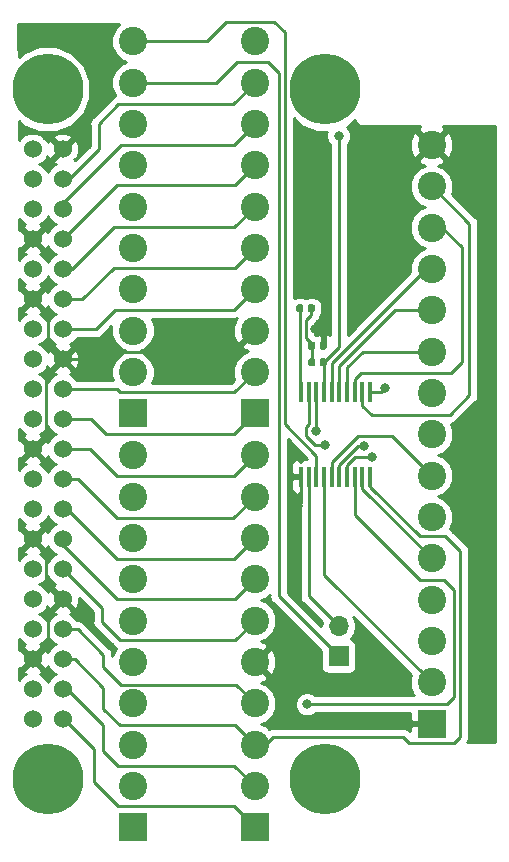
<source format=gbl>
G04 #@! TF.GenerationSoftware,KiCad,Pcbnew,(5.0.0)*
G04 #@! TF.CreationDate,2018-10-25T16:10:50+01:00*
G04 #@! TF.ProjectId,Port_Expander,506F72745F457870616E6465722E6B69,rev?*
G04 #@! TF.SameCoordinates,Original*
G04 #@! TF.FileFunction,Copper,L2,Bot,Signal*
G04 #@! TF.FilePolarity,Positive*
%FSLAX46Y46*%
G04 Gerber Fmt 4.6, Leading zero omitted, Abs format (unit mm)*
G04 Created by KiCad (PCBNEW (5.0.0)) date 10/25/18 16:10:50*
%MOMM*%
%LPD*%
G01*
G04 APERTURE LIST*
G04 #@! TA.AperFunction,Conductor*
%ADD10C,0.100000*%
G04 #@! TD*
G04 #@! TA.AperFunction,SMDPad,CuDef*
%ADD11C,0.590000*%
G04 #@! TD*
G04 #@! TA.AperFunction,ComponentPad*
%ADD12R,1.700000X1.700000*%
G04 #@! TD*
G04 #@! TA.AperFunction,ComponentPad*
%ADD13O,1.700000X1.700000*%
G04 #@! TD*
G04 #@! TA.AperFunction,ComponentPad*
%ADD14C,6.000000*%
G04 #@! TD*
G04 #@! TA.AperFunction,ComponentPad*
%ADD15C,1.524000*%
G04 #@! TD*
G04 #@! TA.AperFunction,SMDPad,CuDef*
%ADD16R,0.450000X1.750000*%
G04 #@! TD*
G04 #@! TA.AperFunction,ComponentPad*
%ADD17C,2.400000*%
G04 #@! TD*
G04 #@! TA.AperFunction,ComponentPad*
%ADD18R,2.400000X2.400000*%
G04 #@! TD*
G04 #@! TA.AperFunction,ViaPad*
%ADD19C,0.800000*%
G04 #@! TD*
G04 #@! TA.AperFunction,Conductor*
%ADD20C,0.250000*%
G04 #@! TD*
G04 #@! TA.AperFunction,Conductor*
%ADD21C,0.254000*%
G04 #@! TD*
G04 APERTURE END LIST*
D10*
G04 #@! TO.N,Net-(C11-Pad1)*
G04 #@! TO.C,C11*
G36*
X143036958Y-107376710D02*
X143051276Y-107378834D01*
X143065317Y-107382351D01*
X143078946Y-107387228D01*
X143092031Y-107393417D01*
X143104447Y-107400858D01*
X143116073Y-107409481D01*
X143126798Y-107419202D01*
X143136519Y-107429927D01*
X143145142Y-107441553D01*
X143152583Y-107453969D01*
X143158772Y-107467054D01*
X143163649Y-107480683D01*
X143167166Y-107494724D01*
X143169290Y-107509042D01*
X143170000Y-107523500D01*
X143170000Y-107868500D01*
X143169290Y-107882958D01*
X143167166Y-107897276D01*
X143163649Y-107911317D01*
X143158772Y-107924946D01*
X143152583Y-107938031D01*
X143145142Y-107950447D01*
X143136519Y-107962073D01*
X143126798Y-107972798D01*
X143116073Y-107982519D01*
X143104447Y-107991142D01*
X143092031Y-107998583D01*
X143078946Y-108004772D01*
X143065317Y-108009649D01*
X143051276Y-108013166D01*
X143036958Y-108015290D01*
X143022500Y-108016000D01*
X142727500Y-108016000D01*
X142713042Y-108015290D01*
X142698724Y-108013166D01*
X142684683Y-108009649D01*
X142671054Y-108004772D01*
X142657969Y-107998583D01*
X142645553Y-107991142D01*
X142633927Y-107982519D01*
X142623202Y-107972798D01*
X142613481Y-107962073D01*
X142604858Y-107950447D01*
X142597417Y-107938031D01*
X142591228Y-107924946D01*
X142586351Y-107911317D01*
X142582834Y-107897276D01*
X142580710Y-107882958D01*
X142580000Y-107868500D01*
X142580000Y-107523500D01*
X142580710Y-107509042D01*
X142582834Y-107494724D01*
X142586351Y-107480683D01*
X142591228Y-107467054D01*
X142597417Y-107453969D01*
X142604858Y-107441553D01*
X142613481Y-107429927D01*
X142623202Y-107419202D01*
X142633927Y-107409481D01*
X142645553Y-107400858D01*
X142657969Y-107393417D01*
X142671054Y-107387228D01*
X142684683Y-107382351D01*
X142698724Y-107378834D01*
X142713042Y-107376710D01*
X142727500Y-107376000D01*
X143022500Y-107376000D01*
X143036958Y-107376710D01*
X143036958Y-107376710D01*
G37*
D11*
G04 #@! TD*
G04 #@! TO.P,C11,1*
G04 #@! TO.N,Net-(C11-Pad1)*
X142875000Y-107696000D03*
D10*
G04 #@! TO.N,GND*
G04 #@! TO.C,C11*
G36*
X144006958Y-107376710D02*
X144021276Y-107378834D01*
X144035317Y-107382351D01*
X144048946Y-107387228D01*
X144062031Y-107393417D01*
X144074447Y-107400858D01*
X144086073Y-107409481D01*
X144096798Y-107419202D01*
X144106519Y-107429927D01*
X144115142Y-107441553D01*
X144122583Y-107453969D01*
X144128772Y-107467054D01*
X144133649Y-107480683D01*
X144137166Y-107494724D01*
X144139290Y-107509042D01*
X144140000Y-107523500D01*
X144140000Y-107868500D01*
X144139290Y-107882958D01*
X144137166Y-107897276D01*
X144133649Y-107911317D01*
X144128772Y-107924946D01*
X144122583Y-107938031D01*
X144115142Y-107950447D01*
X144106519Y-107962073D01*
X144096798Y-107972798D01*
X144086073Y-107982519D01*
X144074447Y-107991142D01*
X144062031Y-107998583D01*
X144048946Y-108004772D01*
X144035317Y-108009649D01*
X144021276Y-108013166D01*
X144006958Y-108015290D01*
X143992500Y-108016000D01*
X143697500Y-108016000D01*
X143683042Y-108015290D01*
X143668724Y-108013166D01*
X143654683Y-108009649D01*
X143641054Y-108004772D01*
X143627969Y-107998583D01*
X143615553Y-107991142D01*
X143603927Y-107982519D01*
X143593202Y-107972798D01*
X143583481Y-107962073D01*
X143574858Y-107950447D01*
X143567417Y-107938031D01*
X143561228Y-107924946D01*
X143556351Y-107911317D01*
X143552834Y-107897276D01*
X143550710Y-107882958D01*
X143550000Y-107868500D01*
X143550000Y-107523500D01*
X143550710Y-107509042D01*
X143552834Y-107494724D01*
X143556351Y-107480683D01*
X143561228Y-107467054D01*
X143567417Y-107453969D01*
X143574858Y-107441553D01*
X143583481Y-107429927D01*
X143593202Y-107419202D01*
X143603927Y-107409481D01*
X143615553Y-107400858D01*
X143627969Y-107393417D01*
X143641054Y-107387228D01*
X143654683Y-107382351D01*
X143668724Y-107378834D01*
X143683042Y-107376710D01*
X143697500Y-107376000D01*
X143992500Y-107376000D01*
X144006958Y-107376710D01*
X144006958Y-107376710D01*
G37*
D11*
G04 #@! TD*
G04 #@! TO.P,C11,2*
G04 #@! TO.N,GND*
X143845000Y-107696000D03*
D12*
G04 #@! TO.P,J2,1*
G04 #@! TO.N,ISCP_DAT*
X145161000Y-133985000D03*
D13*
G04 #@! TO.P,J2,2*
G04 #@! TO.N,Net-(J2-Pad2)*
X145161000Y-131445000D03*
G04 #@! TD*
D10*
G04 #@! TO.N,Net-(C11-Pad1)*
G04 #@! TO.C,R3*
G36*
X143059958Y-108773710D02*
X143074276Y-108775834D01*
X143088317Y-108779351D01*
X143101946Y-108784228D01*
X143115031Y-108790417D01*
X143127447Y-108797858D01*
X143139073Y-108806481D01*
X143149798Y-108816202D01*
X143159519Y-108826927D01*
X143168142Y-108838553D01*
X143175583Y-108850969D01*
X143181772Y-108864054D01*
X143186649Y-108877683D01*
X143190166Y-108891724D01*
X143192290Y-108906042D01*
X143193000Y-108920500D01*
X143193000Y-109265500D01*
X143192290Y-109279958D01*
X143190166Y-109294276D01*
X143186649Y-109308317D01*
X143181772Y-109321946D01*
X143175583Y-109335031D01*
X143168142Y-109347447D01*
X143159519Y-109359073D01*
X143149798Y-109369798D01*
X143139073Y-109379519D01*
X143127447Y-109388142D01*
X143115031Y-109395583D01*
X143101946Y-109401772D01*
X143088317Y-109406649D01*
X143074276Y-109410166D01*
X143059958Y-109412290D01*
X143045500Y-109413000D01*
X142750500Y-109413000D01*
X142736042Y-109412290D01*
X142721724Y-109410166D01*
X142707683Y-109406649D01*
X142694054Y-109401772D01*
X142680969Y-109395583D01*
X142668553Y-109388142D01*
X142656927Y-109379519D01*
X142646202Y-109369798D01*
X142636481Y-109359073D01*
X142627858Y-109347447D01*
X142620417Y-109335031D01*
X142614228Y-109321946D01*
X142609351Y-109308317D01*
X142605834Y-109294276D01*
X142603710Y-109279958D01*
X142603000Y-109265500D01*
X142603000Y-108920500D01*
X142603710Y-108906042D01*
X142605834Y-108891724D01*
X142609351Y-108877683D01*
X142614228Y-108864054D01*
X142620417Y-108850969D01*
X142627858Y-108838553D01*
X142636481Y-108826927D01*
X142646202Y-108816202D01*
X142656927Y-108806481D01*
X142668553Y-108797858D01*
X142680969Y-108790417D01*
X142694054Y-108784228D01*
X142707683Y-108779351D01*
X142721724Y-108775834D01*
X142736042Y-108773710D01*
X142750500Y-108773000D01*
X143045500Y-108773000D01*
X143059958Y-108773710D01*
X143059958Y-108773710D01*
G37*
D11*
G04 #@! TD*
G04 #@! TO.P,R3,2*
G04 #@! TO.N,Net-(C11-Pad1)*
X142898000Y-109093000D03*
D10*
G04 #@! TO.N,MCLR*
G04 #@! TO.C,R3*
G36*
X144029958Y-108773710D02*
X144044276Y-108775834D01*
X144058317Y-108779351D01*
X144071946Y-108784228D01*
X144085031Y-108790417D01*
X144097447Y-108797858D01*
X144109073Y-108806481D01*
X144119798Y-108816202D01*
X144129519Y-108826927D01*
X144138142Y-108838553D01*
X144145583Y-108850969D01*
X144151772Y-108864054D01*
X144156649Y-108877683D01*
X144160166Y-108891724D01*
X144162290Y-108906042D01*
X144163000Y-108920500D01*
X144163000Y-109265500D01*
X144162290Y-109279958D01*
X144160166Y-109294276D01*
X144156649Y-109308317D01*
X144151772Y-109321946D01*
X144145583Y-109335031D01*
X144138142Y-109347447D01*
X144129519Y-109359073D01*
X144119798Y-109369798D01*
X144109073Y-109379519D01*
X144097447Y-109388142D01*
X144085031Y-109395583D01*
X144071946Y-109401772D01*
X144058317Y-109406649D01*
X144044276Y-109410166D01*
X144029958Y-109412290D01*
X144015500Y-109413000D01*
X143720500Y-109413000D01*
X143706042Y-109412290D01*
X143691724Y-109410166D01*
X143677683Y-109406649D01*
X143664054Y-109401772D01*
X143650969Y-109395583D01*
X143638553Y-109388142D01*
X143626927Y-109379519D01*
X143616202Y-109369798D01*
X143606481Y-109359073D01*
X143597858Y-109347447D01*
X143590417Y-109335031D01*
X143584228Y-109321946D01*
X143579351Y-109308317D01*
X143575834Y-109294276D01*
X143573710Y-109279958D01*
X143573000Y-109265500D01*
X143573000Y-108920500D01*
X143573710Y-108906042D01*
X143575834Y-108891724D01*
X143579351Y-108877683D01*
X143584228Y-108864054D01*
X143590417Y-108850969D01*
X143597858Y-108838553D01*
X143606481Y-108826927D01*
X143616202Y-108816202D01*
X143626927Y-108806481D01*
X143638553Y-108797858D01*
X143650969Y-108790417D01*
X143664054Y-108784228D01*
X143677683Y-108779351D01*
X143691724Y-108775834D01*
X143706042Y-108773710D01*
X143720500Y-108773000D01*
X144015500Y-108773000D01*
X144029958Y-108773710D01*
X144029958Y-108773710D01*
G37*
D11*
G04 #@! TD*
G04 #@! TO.P,R3,1*
G04 #@! TO.N,MCLR*
X143868000Y-109093000D03*
D14*
G04 #@! TO.P,U1,*
G04 #@! TO.N,*
X144018000Y-85979000D03*
X144018000Y-144399000D03*
X120523000Y-85979000D03*
X120523000Y-144399000D03*
D15*
G04 #@! TO.P,U1,40*
G04 #@! TO.N,ISCP_CLK*
X119253000Y-91059000D03*
G04 #@! TO.P,U1,39*
G04 #@! TO.N,GND*
X121793000Y-91059000D03*
G04 #@! TO.P,U1,38*
G04 #@! TO.N,ISCP_DAT*
X119253000Y-93599000D03*
G04 #@! TO.P,U1,37*
G04 #@! TO.N,Net-(J3-Pad9)*
X121793000Y-93599000D03*
G04 #@! TO.P,U1,36*
G04 #@! TO.N,Net-(J5-Pad8)*
X119253000Y-96139000D03*
G04 #@! TO.P,U1,35*
G04 #@! TO.N,MCLR*
X121793000Y-96139000D03*
G04 #@! TO.P,U1,34*
G04 #@! TO.N,GND*
X119253000Y-98679000D03*
G04 #@! TO.P,U1,33*
G04 #@! TO.N,Net-(J3-Pad7)*
X121793000Y-98679000D03*
G04 #@! TO.P,U1,32*
G04 #@! TO.N,Net-(J5-Pad6)*
X119253000Y-101219000D03*
G04 #@! TO.P,U1,31*
G04 #@! TO.N,Net-(J3-Pad6)*
X121793000Y-101219000D03*
G04 #@! TO.P,U1,30*
G04 #@! TO.N,GND*
X119253000Y-103759000D03*
G04 #@! TO.P,U1,29*
G04 #@! TO.N,Net-(J3-Pad5)*
X121793000Y-103759000D03*
G04 #@! TO.P,U1,28*
G04 #@! TO.N,Net-(J5-Pad4)*
X119253000Y-106299000D03*
G04 #@! TO.P,U1,27*
G04 #@! TO.N,Net-(J3-Pad4)*
X121793000Y-106299000D03*
G04 #@! TO.P,U1,26*
G04 #@! TO.N,Net-(J5-Pad3)*
X119253000Y-108839000D03*
G04 #@! TO.P,U1,25*
G04 #@! TO.N,GND*
X121793000Y-108839000D03*
G04 #@! TO.P,U1,24*
G04 #@! TO.N,Net-(J5-Pad2)*
X119253000Y-111379000D03*
G04 #@! TO.P,U1,23*
G04 #@! TO.N,Net-(J3-Pad2)*
X121793000Y-111379000D03*
G04 #@! TO.P,U1,22*
G04 #@! TO.N,Net-(J5-Pad1)*
X119253000Y-113919000D03*
G04 #@! TO.P,U1,21*
G04 #@! TO.N,Net-(J3-Pad1)*
X121793000Y-113919000D03*
G04 #@! TO.P,U1,20*
G04 #@! TO.N,GND*
X119253000Y-116459000D03*
G04 #@! TO.P,U1,19*
G04 #@! TO.N,Net-(J1-Pad10)*
X121793000Y-116459000D03*
G04 #@! TO.P,U1,18*
G04 #@! TO.N,Net-(J4-Pad9)*
X119253000Y-118999000D03*
G04 #@! TO.P,U1,17*
G04 #@! TO.N,Net-(J1-Pad9)*
X121793000Y-118999000D03*
G04 #@! TO.P,U1,16*
G04 #@! TO.N,Net-(J4-Pad8)*
X119253000Y-121539000D03*
G04 #@! TO.P,U1,15*
G04 #@! TO.N,Net-(J1-Pad8)*
X121793000Y-121539000D03*
G04 #@! TO.P,U1,14*
G04 #@! TO.N,GND*
X119253000Y-124079000D03*
G04 #@! TO.P,U1,13*
G04 #@! TO.N,Net-(J1-Pad7)*
X121793000Y-124079000D03*
G04 #@! TO.P,U1,12*
G04 #@! TO.N,Net-(J4-Pad6)*
X119253000Y-126619000D03*
G04 #@! TO.P,U1,11*
G04 #@! TO.N,Net-(J1-Pad6)*
X121793000Y-126619000D03*
G04 #@! TO.P,U1,10*
G04 #@! TO.N,Net-(J4-Pad5)*
X119253000Y-129159000D03*
G04 #@! TO.P,U1,9*
G04 #@! TO.N,GND*
X121793000Y-129159000D03*
G04 #@! TO.P,U1,8*
G04 #@! TO.N,Net-(J4-Pad4)*
X119253000Y-131699000D03*
G04 #@! TO.P,U1,7*
G04 #@! TO.N,Net-(J1-Pad4)*
X121793000Y-131699000D03*
G04 #@! TO.P,U1,6*
G04 #@! TO.N,GND*
X119253000Y-134239000D03*
G04 #@! TO.P,U1,5*
G04 #@! TO.N,SCL*
X121793000Y-134239000D03*
G04 #@! TO.P,U1,4*
G04 #@! TO.N,Net-(J4-Pad2)*
X119253000Y-136779000D03*
G04 #@! TO.P,U1,3*
G04 #@! TO.N,SDA*
X121793000Y-136779000D03*
G04 #@! TO.P,U1,2*
G04 #@! TO.N,Net-(J4-Pad1)*
X119253000Y-139319000D03*
G04 #@! TO.P,U1,1*
G04 #@! TO.N,Net-(J1-Pad1)*
X121793000Y-139319000D03*
G04 #@! TD*
D16*
G04 #@! TO.P,U3,1*
G04 #@! TO.N,+3V3*
X141982000Y-111589000D03*
G04 #@! TO.P,U3,2*
G04 #@! TO.N,/PIC16LF1509/RA5*
X142632000Y-111589000D03*
G04 #@! TO.P,U3,3*
G04 #@! TO.N,/PIC16LF1509/RA4*
X143282000Y-111589000D03*
G04 #@! TO.P,U3,4*
G04 #@! TO.N,MCLR*
X143932000Y-111589000D03*
G04 #@! TO.P,U3,5*
G04 #@! TO.N,/PIC16LF1509/RC5*
X144582000Y-111589000D03*
G04 #@! TO.P,U3,6*
G04 #@! TO.N,/PIC16LF1509/RC4*
X145232000Y-111589000D03*
G04 #@! TO.P,U3,7*
G04 #@! TO.N,/PIC16LF1509/RC3*
X145882000Y-111589000D03*
G04 #@! TO.P,U3,8*
G04 #@! TO.N,/PIC16LF1509/RC6*
X146532000Y-111589000D03*
G04 #@! TO.P,U3,9*
G04 #@! TO.N,/PIC16LF1509/RC7*
X147182000Y-111589000D03*
G04 #@! TO.P,U3,10*
G04 #@! TO.N,/PIC16LF1509/RB7*
X147832000Y-111589000D03*
G04 #@! TO.P,U3,11*
G04 #@! TO.N,SCL*
X147832000Y-118789000D03*
G04 #@! TO.P,U3,12*
G04 #@! TO.N,/PIC16LF1509/RB5*
X147182000Y-118789000D03*
G04 #@! TO.P,U3,13*
G04 #@! TO.N,SDA*
X146532000Y-118789000D03*
G04 #@! TO.P,U3,14*
G04 #@! TO.N,/PIC16LF1509/RC2*
X145882000Y-118789000D03*
G04 #@! TO.P,U3,15*
G04 #@! TO.N,/PIC16LF1509/RC1*
X145232000Y-118789000D03*
G04 #@! TO.P,U3,16*
G04 #@! TO.N,/PIC16LF1509/RC0*
X144582000Y-118789000D03*
G04 #@! TO.P,U3,17*
G04 #@! TO.N,/PIC16LF1509/RA2*
X143932000Y-118789000D03*
G04 #@! TO.P,U3,18*
G04 #@! TO.N,ISCP_CLK*
X143282000Y-118789000D03*
G04 #@! TO.P,U3,19*
G04 #@! TO.N,Net-(J2-Pad2)*
X142632000Y-118789000D03*
G04 #@! TO.P,U3,20*
G04 #@! TO.N,GND*
X141982000Y-118789000D03*
G04 #@! TD*
D17*
G04 #@! TO.P,J5,10*
G04 #@! TO.N,ISCP_CLK*
X127762000Y-81911000D03*
G04 #@! TO.P,J5,9*
G04 #@! TO.N,ISCP_DAT*
X127762000Y-85411000D03*
G04 #@! TO.P,J5,8*
G04 #@! TO.N,Net-(J5-Pad8)*
X127762000Y-88911000D03*
G04 #@! TO.P,J5,7*
G04 #@! TO.N,GND*
X127762000Y-92411000D03*
G04 #@! TO.P,J5,6*
G04 #@! TO.N,Net-(J5-Pad6)*
X127762000Y-95911000D03*
G04 #@! TO.P,J5,5*
G04 #@! TO.N,GND*
X127762000Y-99411000D03*
G04 #@! TO.P,J5,4*
G04 #@! TO.N,Net-(J5-Pad4)*
X127762000Y-102911000D03*
G04 #@! TO.P,J5,3*
G04 #@! TO.N,Net-(J5-Pad3)*
X127762000Y-106411000D03*
G04 #@! TO.P,J5,2*
G04 #@! TO.N,Net-(J5-Pad2)*
X127762000Y-109911000D03*
D18*
G04 #@! TO.P,J5,1*
G04 #@! TO.N,Net-(J5-Pad1)*
X127762000Y-113411000D03*
G04 #@! TD*
D17*
G04 #@! TO.P,J4,10*
G04 #@! TO.N,GND*
X127762000Y-116967000D03*
G04 #@! TO.P,J4,9*
G04 #@! TO.N,Net-(J4-Pad9)*
X127762000Y-120467000D03*
G04 #@! TO.P,J4,8*
G04 #@! TO.N,Net-(J4-Pad8)*
X127762000Y-123967000D03*
G04 #@! TO.P,J4,7*
G04 #@! TO.N,GND*
X127762000Y-127467000D03*
G04 #@! TO.P,J4,6*
G04 #@! TO.N,Net-(J4-Pad6)*
X127762000Y-130967000D03*
G04 #@! TO.P,J4,5*
G04 #@! TO.N,Net-(J4-Pad5)*
X127762000Y-134467000D03*
G04 #@! TO.P,J4,4*
G04 #@! TO.N,Net-(J4-Pad4)*
X127762000Y-137967000D03*
G04 #@! TO.P,J4,3*
G04 #@! TO.N,GND*
X127762000Y-141467000D03*
G04 #@! TO.P,J4,2*
G04 #@! TO.N,Net-(J4-Pad2)*
X127762000Y-144967000D03*
D18*
G04 #@! TO.P,J4,1*
G04 #@! TO.N,Net-(J4-Pad1)*
X127762000Y-148467000D03*
G04 #@! TD*
D17*
G04 #@! TO.P,J3,10*
G04 #@! TO.N,GND*
X138049000Y-81915000D03*
G04 #@! TO.P,J3,9*
G04 #@! TO.N,Net-(J3-Pad9)*
X138049000Y-85415000D03*
G04 #@! TO.P,J3,8*
G04 #@! TO.N,MCLR*
X138049000Y-88915000D03*
G04 #@! TO.P,J3,7*
G04 #@! TO.N,Net-(J3-Pad7)*
X138049000Y-92415000D03*
G04 #@! TO.P,J3,6*
G04 #@! TO.N,Net-(J3-Pad6)*
X138049000Y-95915000D03*
G04 #@! TO.P,J3,5*
G04 #@! TO.N,Net-(J3-Pad5)*
X138049000Y-99415000D03*
G04 #@! TO.P,J3,4*
G04 #@! TO.N,Net-(J3-Pad4)*
X138049000Y-102915000D03*
G04 #@! TO.P,J3,3*
G04 #@! TO.N,GND*
X138049000Y-106415000D03*
G04 #@! TO.P,J3,2*
G04 #@! TO.N,Net-(J3-Pad2)*
X138049000Y-109915000D03*
D18*
G04 #@! TO.P,J3,1*
G04 #@! TO.N,Net-(J3-Pad1)*
X138049000Y-113415000D03*
G04 #@! TD*
D17*
G04 #@! TO.P,J1,10*
G04 #@! TO.N,Net-(J1-Pad10)*
X138049000Y-116967000D03*
G04 #@! TO.P,J1,9*
G04 #@! TO.N,Net-(J1-Pad9)*
X138049000Y-120467000D03*
G04 #@! TO.P,J1,8*
G04 #@! TO.N,Net-(J1-Pad8)*
X138049000Y-123967000D03*
G04 #@! TO.P,J1,7*
G04 #@! TO.N,Net-(J1-Pad7)*
X138049000Y-127467000D03*
G04 #@! TO.P,J1,6*
G04 #@! TO.N,Net-(J1-Pad6)*
X138049000Y-130967000D03*
G04 #@! TO.P,J1,5*
G04 #@! TO.N,GND*
X138049000Y-134467000D03*
G04 #@! TO.P,J1,4*
G04 #@! TO.N,Net-(J1-Pad4)*
X138049000Y-137967000D03*
G04 #@! TO.P,J1,3*
G04 #@! TO.N,SCL*
X138049000Y-141467000D03*
G04 #@! TO.P,J1,2*
G04 #@! TO.N,SDA*
X138049000Y-144967000D03*
D18*
G04 #@! TO.P,J1,1*
G04 #@! TO.N,Net-(J1-Pad1)*
X138049000Y-148467000D03*
G04 #@! TD*
D17*
G04 #@! TO.P,J6,15*
G04 #@! TO.N,GND*
X153035000Y-90689000D03*
G04 #@! TO.P,J6,14*
G04 #@! TO.N,/PIC16LF1509/RC7*
X153035000Y-94189000D03*
G04 #@! TO.P,J6,13*
G04 #@! TO.N,/PIC16LF1509/RC6*
X153035000Y-97689000D03*
G04 #@! TO.P,J6,12*
G04 #@! TO.N,/PIC16LF1509/RC5*
X153035000Y-101189000D03*
G04 #@! TO.P,J6,11*
G04 #@! TO.N,/PIC16LF1509/RC4*
X153035000Y-104689000D03*
G04 #@! TO.P,J6,10*
G04 #@! TO.N,/PIC16LF1509/RC3*
X153035000Y-108189000D03*
G04 #@! TO.P,J6,9*
G04 #@! TO.N,/PIC16LF1509/RC2*
X153035000Y-111689000D03*
G04 #@! TO.P,J6,8*
G04 #@! TO.N,/PIC16LF1509/RC1*
X153035000Y-115189000D03*
G04 #@! TO.P,J6,7*
G04 #@! TO.N,/PIC16LF1509/RC0*
X153035000Y-118689000D03*
G04 #@! TO.P,J6,6*
G04 #@! TO.N,/PIC16LF1509/RB7*
X153035000Y-122189000D03*
G04 #@! TO.P,J6,5*
G04 #@! TO.N,/PIC16LF1509/RB5*
X153035000Y-125689000D03*
G04 #@! TO.P,J6,4*
G04 #@! TO.N,/PIC16LF1509/RA5*
X153035000Y-129189000D03*
G04 #@! TO.P,J6,3*
G04 #@! TO.N,/PIC16LF1509/RA4*
X153035000Y-132689000D03*
G04 #@! TO.P,J6,2*
G04 #@! TO.N,/PIC16LF1509/RA2*
X153035000Y-136189000D03*
D18*
G04 #@! TO.P,J6,1*
G04 #@! TO.N,GND*
X153035000Y-139689000D03*
G04 #@! TD*
D10*
G04 #@! TO.N,+3V3*
G04 #@! TO.C,R2*
G36*
X142043958Y-104201710D02*
X142058276Y-104203834D01*
X142072317Y-104207351D01*
X142085946Y-104212228D01*
X142099031Y-104218417D01*
X142111447Y-104225858D01*
X142123073Y-104234481D01*
X142133798Y-104244202D01*
X142143519Y-104254927D01*
X142152142Y-104266553D01*
X142159583Y-104278969D01*
X142165772Y-104292054D01*
X142170649Y-104305683D01*
X142174166Y-104319724D01*
X142176290Y-104334042D01*
X142177000Y-104348500D01*
X142177000Y-104693500D01*
X142176290Y-104707958D01*
X142174166Y-104722276D01*
X142170649Y-104736317D01*
X142165772Y-104749946D01*
X142159583Y-104763031D01*
X142152142Y-104775447D01*
X142143519Y-104787073D01*
X142133798Y-104797798D01*
X142123073Y-104807519D01*
X142111447Y-104816142D01*
X142099031Y-104823583D01*
X142085946Y-104829772D01*
X142072317Y-104834649D01*
X142058276Y-104838166D01*
X142043958Y-104840290D01*
X142029500Y-104841000D01*
X141734500Y-104841000D01*
X141720042Y-104840290D01*
X141705724Y-104838166D01*
X141691683Y-104834649D01*
X141678054Y-104829772D01*
X141664969Y-104823583D01*
X141652553Y-104816142D01*
X141640927Y-104807519D01*
X141630202Y-104797798D01*
X141620481Y-104787073D01*
X141611858Y-104775447D01*
X141604417Y-104763031D01*
X141598228Y-104749946D01*
X141593351Y-104736317D01*
X141589834Y-104722276D01*
X141587710Y-104707958D01*
X141587000Y-104693500D01*
X141587000Y-104348500D01*
X141587710Y-104334042D01*
X141589834Y-104319724D01*
X141593351Y-104305683D01*
X141598228Y-104292054D01*
X141604417Y-104278969D01*
X141611858Y-104266553D01*
X141620481Y-104254927D01*
X141630202Y-104244202D01*
X141640927Y-104234481D01*
X141652553Y-104225858D01*
X141664969Y-104218417D01*
X141678054Y-104212228D01*
X141691683Y-104207351D01*
X141705724Y-104203834D01*
X141720042Y-104201710D01*
X141734500Y-104201000D01*
X142029500Y-104201000D01*
X142043958Y-104201710D01*
X142043958Y-104201710D01*
G37*
D11*
G04 #@! TD*
G04 #@! TO.P,R2,1*
G04 #@! TO.N,+3V3*
X141882000Y-104521000D03*
D10*
G04 #@! TO.N,Net-(C11-Pad1)*
G04 #@! TO.C,R2*
G36*
X143013958Y-104201710D02*
X143028276Y-104203834D01*
X143042317Y-104207351D01*
X143055946Y-104212228D01*
X143069031Y-104218417D01*
X143081447Y-104225858D01*
X143093073Y-104234481D01*
X143103798Y-104244202D01*
X143113519Y-104254927D01*
X143122142Y-104266553D01*
X143129583Y-104278969D01*
X143135772Y-104292054D01*
X143140649Y-104305683D01*
X143144166Y-104319724D01*
X143146290Y-104334042D01*
X143147000Y-104348500D01*
X143147000Y-104693500D01*
X143146290Y-104707958D01*
X143144166Y-104722276D01*
X143140649Y-104736317D01*
X143135772Y-104749946D01*
X143129583Y-104763031D01*
X143122142Y-104775447D01*
X143113519Y-104787073D01*
X143103798Y-104797798D01*
X143093073Y-104807519D01*
X143081447Y-104816142D01*
X143069031Y-104823583D01*
X143055946Y-104829772D01*
X143042317Y-104834649D01*
X143028276Y-104838166D01*
X143013958Y-104840290D01*
X142999500Y-104841000D01*
X142704500Y-104841000D01*
X142690042Y-104840290D01*
X142675724Y-104838166D01*
X142661683Y-104834649D01*
X142648054Y-104829772D01*
X142634969Y-104823583D01*
X142622553Y-104816142D01*
X142610927Y-104807519D01*
X142600202Y-104797798D01*
X142590481Y-104787073D01*
X142581858Y-104775447D01*
X142574417Y-104763031D01*
X142568228Y-104749946D01*
X142563351Y-104736317D01*
X142559834Y-104722276D01*
X142557710Y-104707958D01*
X142557000Y-104693500D01*
X142557000Y-104348500D01*
X142557710Y-104334042D01*
X142559834Y-104319724D01*
X142563351Y-104305683D01*
X142568228Y-104292054D01*
X142574417Y-104278969D01*
X142581858Y-104266553D01*
X142590481Y-104254927D01*
X142600202Y-104244202D01*
X142610927Y-104234481D01*
X142622553Y-104225858D01*
X142634969Y-104218417D01*
X142648054Y-104212228D01*
X142661683Y-104207351D01*
X142675724Y-104203834D01*
X142690042Y-104201710D01*
X142704500Y-104201000D01*
X142999500Y-104201000D01*
X143013958Y-104201710D01*
X143013958Y-104201710D01*
G37*
D11*
G04 #@! TD*
G04 #@! TO.P,R2,2*
G04 #@! TO.N,Net-(C11-Pad1)*
X142852000Y-104521000D03*
D19*
G04 #@! TO.N,GND*
X143129000Y-106299000D03*
X141732000Y-121285000D03*
G04 #@! TO.N,SDA*
X142494000Y-138049000D03*
G04 #@! TO.N,MCLR*
X145161000Y-89916000D03*
G04 #@! TO.N,/PIC16LF1509/RA4*
X143256000Y-114935000D03*
G04 #@! TO.N,/PIC16LF1509/RA5*
X144018000Y-116078000D03*
G04 #@! TO.N,/PIC16LF1509/RB7*
X149098000Y-111252000D03*
G04 #@! TO.N,/PIC16LF1509/RC1*
X147320000Y-116205000D03*
G04 #@! TO.N,/PIC16LF1509/RC2*
X147955000Y-117094000D03*
G04 #@! TD*
D20*
G04 #@! TO.N,Net-(C11-Pad1)*
X142875000Y-109070000D02*
X142898000Y-109093000D01*
X142875000Y-107696000D02*
X142875000Y-109070000D01*
X142852000Y-105052000D02*
X142852000Y-104521000D01*
X142367000Y-105537000D02*
X142852000Y-105052000D01*
X142367000Y-107061000D02*
X142367000Y-105537000D01*
X142875000Y-107696000D02*
X142875000Y-107569000D01*
X142875000Y-107569000D02*
X142367000Y-107061000D01*
G04 #@! TO.N,GND*
X121793000Y-108839000D02*
X125603000Y-108839000D01*
X125603000Y-108839000D02*
X126238000Y-108204000D01*
X136260000Y-108204000D02*
X138049000Y-106415000D01*
X126238000Y-108204000D02*
X136260000Y-108204000D01*
X143845000Y-107696000D02*
X143845000Y-107015000D01*
X143845000Y-107015000D02*
X143129000Y-106299000D01*
X141982000Y-121035000D02*
X141982000Y-118789000D01*
X141732000Y-121285000D02*
X141982000Y-121035000D01*
X121793000Y-108839000D02*
X121793000Y-108585000D01*
X121793000Y-108585000D02*
X120523000Y-107315000D01*
X120523000Y-105029000D02*
X119253000Y-103759000D01*
X120523000Y-107315000D02*
X120523000Y-105029000D01*
X119253000Y-116459000D02*
X119507000Y-116459000D01*
X119507000Y-116459000D02*
X120396000Y-115570000D01*
X120396000Y-110236000D02*
X121793000Y-108839000D01*
X120396000Y-115570000D02*
X120396000Y-110236000D01*
X119253000Y-124079000D02*
X119380000Y-124079000D01*
X119380000Y-124079000D02*
X120396000Y-125095000D01*
X120396000Y-127762000D02*
X121793000Y-129159000D01*
X120396000Y-125095000D02*
X120396000Y-127762000D01*
X119253000Y-134239000D02*
X119253000Y-133985000D01*
X119253000Y-133985000D02*
X120523000Y-132715000D01*
X120523000Y-130429000D02*
X121793000Y-129159000D01*
X120523000Y-132715000D02*
X120523000Y-130429000D01*
G04 #@! TO.N,Net-(J1-Pad10)*
X121793000Y-116459000D02*
X124079000Y-116459000D01*
X124079000Y-116459000D02*
X126365000Y-118745000D01*
X136271000Y-118745000D02*
X138049000Y-116967000D01*
X126365000Y-118745000D02*
X136271000Y-118745000D01*
G04 #@! TO.N,Net-(J1-Pad7)*
X121793000Y-124079000D02*
X121793000Y-124587000D01*
X121793000Y-124587000D02*
X126365000Y-129159000D01*
X136357000Y-129159000D02*
X138049000Y-127467000D01*
X126365000Y-129159000D02*
X136357000Y-129159000D01*
G04 #@! TO.N,Net-(J1-Pad6)*
X136428000Y-132588000D02*
X138049000Y-130967000D01*
X126619000Y-132588000D02*
X136428000Y-132588000D01*
X125095000Y-131064000D02*
X126619000Y-132588000D01*
X121793000Y-126619000D02*
X125095000Y-129921000D01*
X125095000Y-129921000D02*
X125095000Y-131064000D01*
G04 #@! TO.N,Net-(J1-Pad4)*
X121793000Y-131699000D02*
X123063000Y-131699000D01*
X123063000Y-131699000D02*
X125222000Y-133858000D01*
X125222000Y-133858000D02*
X125222000Y-134874000D01*
X125222000Y-134874000D02*
X126746000Y-136398000D01*
X136480000Y-136398000D02*
X138049000Y-137967000D01*
X126746000Y-136398000D02*
X136480000Y-136398000D01*
G04 #@! TO.N,Net-(J1-Pad1)*
X121793000Y-139319000D02*
X121920000Y-139319000D01*
X121920000Y-139319000D02*
X124460000Y-141859000D01*
X124460000Y-141859000D02*
X124460000Y-144653000D01*
X124460000Y-144653000D02*
X126492000Y-146685000D01*
X136267000Y-146685000D02*
X138049000Y-148467000D01*
X126492000Y-146685000D02*
X136267000Y-146685000D01*
G04 #@! TO.N,Net-(J2-Pad2)*
X142632000Y-128916000D02*
X145161000Y-131445000D01*
X142632000Y-118789000D02*
X142632000Y-128916000D01*
G04 #@! TO.N,Net-(J3-Pad1)*
X121793000Y-113919000D02*
X124206000Y-113919000D01*
X124206000Y-113919000D02*
X125476000Y-115189000D01*
X136275000Y-115189000D02*
X138049000Y-113415000D01*
X125476000Y-115189000D02*
X136275000Y-115189000D01*
G04 #@! TO.N,Net-(J3-Pad2)*
X121793000Y-111379000D02*
X126365000Y-111379000D01*
X126365000Y-111379000D02*
X126619000Y-111633000D01*
X136331000Y-111633000D02*
X138049000Y-109915000D01*
X126619000Y-111633000D02*
X136331000Y-111633000D01*
G04 #@! TO.N,Net-(J3-Pad4)*
X121793000Y-106299000D02*
X124587000Y-106299000D01*
X124587000Y-106299000D02*
X126238000Y-104648000D01*
X136316000Y-104648000D02*
X138049000Y-102915000D01*
X126238000Y-104648000D02*
X136316000Y-104648000D01*
G04 #@! TO.N,Net-(J3-Pad5)*
X121793000Y-103759000D02*
X123444000Y-103759000D01*
X123444000Y-103759000D02*
X126111000Y-101092000D01*
X136372000Y-101092000D02*
X138049000Y-99415000D01*
X126111000Y-101092000D02*
X136372000Y-101092000D01*
G04 #@! TO.N,Net-(J3-Pad6)*
X121793000Y-101219000D02*
X122555000Y-101219000D01*
X122555000Y-101219000D02*
X126111000Y-97663000D01*
X136301000Y-97663000D02*
X138049000Y-95915000D01*
X126111000Y-97663000D02*
X136301000Y-97663000D01*
G04 #@! TO.N,Net-(J3-Pad7)*
X136357000Y-94107000D02*
X138049000Y-92415000D01*
X121793000Y-98679000D02*
X126365000Y-94107000D01*
X126365000Y-94107000D02*
X136357000Y-94107000D01*
G04 #@! TO.N,Net-(J3-Pad9)*
X121793000Y-93599000D02*
X122301000Y-93599000D01*
X122301000Y-93599000D02*
X124841000Y-91059000D01*
X124841000Y-91059000D02*
X124841000Y-88900000D01*
X124841000Y-88900000D02*
X126492000Y-87249000D01*
X136215000Y-87249000D02*
X138049000Y-85415000D01*
X126492000Y-87249000D02*
X136215000Y-87249000D01*
G04 #@! TO.N,+3V3*
X141882000Y-111489000D02*
X141982000Y-111589000D01*
X141882000Y-104521000D02*
X141882000Y-111489000D01*
G04 #@! TO.N,SDA*
X121793000Y-136779000D02*
X122174000Y-136779000D01*
X122174000Y-136779000D02*
X125222000Y-139827000D01*
X125222000Y-139827000D02*
X125222000Y-141986000D01*
X125222000Y-141986000D02*
X126492000Y-143256000D01*
X136338000Y-143256000D02*
X138049000Y-144967000D01*
X126492000Y-143256000D02*
X136338000Y-143256000D01*
X146532000Y-118789000D02*
X146532000Y-122021000D01*
X146532000Y-122021000D02*
X152019000Y-127508000D01*
X152019000Y-127508000D02*
X154051000Y-127508000D01*
X154051000Y-127508000D02*
X154940000Y-128397000D01*
X142494000Y-138049000D02*
X154305000Y-138049000D01*
X154940000Y-137414000D02*
X154940000Y-128397000D01*
X154305000Y-138049000D02*
X154940000Y-137414000D01*
G04 #@! TO.N,SCL*
X121793000Y-134239000D02*
X122809000Y-134239000D01*
X122809000Y-134239000D02*
X125222000Y-136652000D01*
X125222000Y-136652000D02*
X125222000Y-138430000D01*
X125222000Y-138430000D02*
X126619000Y-139827000D01*
X136409000Y-139827000D02*
X138049000Y-141467000D01*
X126619000Y-139827000D02*
X136409000Y-139827000D01*
X152019000Y-123825000D02*
X147832000Y-119638000D01*
X155448000Y-125095000D02*
X154178000Y-123825000D01*
X147832000Y-119638000D02*
X147832000Y-118789000D01*
X155448000Y-140843000D02*
X155448000Y-125095000D01*
X138949000Y-141467000D02*
X139573000Y-140843000D01*
X138049000Y-141467000D02*
X138949000Y-141467000D01*
X139573000Y-140843000D02*
X150622000Y-140843000D01*
X150622000Y-140843000D02*
X151130000Y-141351000D01*
X151130000Y-141351000D02*
X154940000Y-141351000D01*
X154178000Y-123825000D02*
X152019000Y-123825000D01*
X154940000Y-141351000D02*
X155448000Y-140843000D01*
G04 #@! TO.N,ISCP_DAT*
X127762000Y-85411000D02*
X134807000Y-85411000D01*
X134807000Y-85411000D02*
X136525000Y-83693000D01*
X136525000Y-83693000D02*
X139192000Y-83693000D01*
X139192000Y-83693000D02*
X140081000Y-84582000D01*
X140081000Y-128905000D02*
X145161000Y-133985000D01*
X140081000Y-84582000D02*
X140081000Y-128905000D01*
G04 #@! TO.N,MCLR*
X121793000Y-96139000D02*
X121793000Y-95631000D01*
X121793000Y-95631000D02*
X126746000Y-90678000D01*
X136286000Y-90678000D02*
X138049000Y-88915000D01*
X126746000Y-90678000D02*
X136286000Y-90678000D01*
X143932000Y-109157000D02*
X143868000Y-109093000D01*
X143932000Y-111589000D02*
X143932000Y-109157000D01*
X143868000Y-109093000D02*
X143891000Y-109093000D01*
X143891000Y-109093000D02*
X145161000Y-107823000D01*
X145161000Y-107823000D02*
X145161000Y-89916000D01*
G04 #@! TO.N,ISCP_CLK*
X127762000Y-81911000D02*
X133989000Y-81911000D01*
X133989000Y-81911000D02*
X135636000Y-80264000D01*
X135636000Y-80264000D02*
X139700000Y-80264000D01*
X139700000Y-80264000D02*
X140589000Y-81153000D01*
X140589000Y-81153000D02*
X140589000Y-114300000D01*
X143282000Y-116993000D02*
X143282000Y-118789000D01*
X140589000Y-114300000D02*
X143282000Y-116993000D01*
G04 #@! TO.N,/PIC16LF1509/RA2*
X143932000Y-127086000D02*
X153035000Y-136189000D01*
X143932000Y-118789000D02*
X143932000Y-127086000D01*
G04 #@! TO.N,/PIC16LF1509/RA4*
X143282000Y-111589000D02*
X143282000Y-114909000D01*
X143282000Y-114909000D02*
X143256000Y-114935000D01*
G04 #@! TO.N,/PIC16LF1509/RA5*
X142632000Y-111589000D02*
X142632000Y-114289000D01*
X142632000Y-114289000D02*
X142367000Y-114554000D01*
X142367000Y-114554000D02*
X142367000Y-115316000D01*
X142367000Y-115316000D02*
X143129000Y-116078000D01*
X143129000Y-116078000D02*
X144018000Y-116078000D01*
G04 #@! TO.N,/PIC16LF1509/RB5*
X147182000Y-119836000D02*
X153035000Y-125689000D01*
X147182000Y-118789000D02*
X147182000Y-119836000D01*
G04 #@! TO.N,/PIC16LF1509/RB7*
X147832000Y-111589000D02*
X148761000Y-111589000D01*
X148761000Y-111589000D02*
X149098000Y-111252000D01*
G04 #@! TO.N,/PIC16LF1509/RC0*
X149662000Y-115316000D02*
X153035000Y-118689000D01*
X146812000Y-115316000D02*
X149662000Y-115316000D01*
X144582000Y-118789000D02*
X144582000Y-117546000D01*
X144582000Y-117546000D02*
X146812000Y-115316000D01*
G04 #@! TO.N,/PIC16LF1509/RC1*
X145232000Y-118789000D02*
X145232000Y-117785000D01*
X145232000Y-117785000D02*
X146812000Y-116205000D01*
X146812000Y-116205000D02*
X147320000Y-116205000D01*
G04 #@! TO.N,/PIC16LF1509/RC2*
X145882000Y-118789000D02*
X145882000Y-117771410D01*
X145882000Y-117771410D02*
X146559410Y-117094000D01*
X146559410Y-117094000D02*
X147955000Y-117094000D01*
G04 #@! TO.N,/PIC16LF1509/RC3*
X145882000Y-111589000D02*
X145882000Y-109515000D01*
X147208000Y-108189000D02*
X153035000Y-108189000D01*
X145882000Y-109515000D02*
X147208000Y-108189000D01*
G04 #@! TO.N,/PIC16LF1509/RC4*
X149946000Y-104689000D02*
X153035000Y-104689000D01*
X145232000Y-111589000D02*
X145232000Y-109403000D01*
X145232000Y-109403000D02*
X149946000Y-104689000D01*
G04 #@! TO.N,/PIC16LF1509/RC5*
X152557000Y-101189000D02*
X153035000Y-101189000D01*
X144582000Y-111589000D02*
X144582000Y-109164000D01*
X144582000Y-109164000D02*
X152557000Y-101189000D01*
G04 #@! TO.N,/PIC16LF1509/RC6*
X153035000Y-97689000D02*
X153950000Y-97689000D01*
X153950000Y-97689000D02*
X155575000Y-99314000D01*
X155575000Y-99314000D02*
X155575000Y-109093000D01*
X155575000Y-109093000D02*
X154686000Y-109982000D01*
X154686000Y-109982000D02*
X147066000Y-109982000D01*
X146532000Y-110516000D02*
X146532000Y-111589000D01*
X147066000Y-109982000D02*
X146532000Y-110516000D01*
G04 #@! TO.N,/PIC16LF1509/RC7*
X147182000Y-111589000D02*
X147182000Y-112765000D01*
X147182000Y-112765000D02*
X147955000Y-113538000D01*
X147955000Y-113538000D02*
X154559000Y-113538000D01*
X154559000Y-113538000D02*
X156210000Y-111887000D01*
X156210000Y-97364000D02*
X153035000Y-94189000D01*
X156210000Y-111887000D02*
X156210000Y-97364000D01*
G04 #@! TO.N,Net-(J1-Pad9)*
X121793000Y-118999000D02*
X123063000Y-118999000D01*
X123063000Y-118999000D02*
X126365000Y-122301000D01*
X136215000Y-122301000D02*
X138049000Y-120467000D01*
X126365000Y-122301000D02*
X136215000Y-122301000D01*
G04 #@! TO.N,Net-(J1-Pad8)*
X121793000Y-121539000D02*
X122174000Y-121539000D01*
X122174000Y-121539000D02*
X126365000Y-125730000D01*
X136286000Y-125730000D02*
X138049000Y-123967000D01*
X126365000Y-125730000D02*
X136286000Y-125730000D01*
G04 #@! TD*
D21*
G04 #@! TO.N,GND*
G36*
X127955748Y-141452858D02*
X127941605Y-141467000D01*
X127955748Y-141481143D01*
X127776143Y-141660748D01*
X127762000Y-141646605D01*
X127747858Y-141660748D01*
X127568253Y-141481143D01*
X127582395Y-141467000D01*
X127568253Y-141452858D01*
X127747858Y-141273253D01*
X127762000Y-141287395D01*
X127776143Y-141273253D01*
X127955748Y-141452858D01*
X127955748Y-141452858D01*
G37*
X127955748Y-141452858D02*
X127941605Y-141467000D01*
X127955748Y-141481143D01*
X127776143Y-141660748D01*
X127762000Y-141646605D01*
X127747858Y-141660748D01*
X127568253Y-141481143D01*
X127582395Y-141467000D01*
X127568253Y-141452858D01*
X127747858Y-141273253D01*
X127762000Y-141287395D01*
X127776143Y-141273253D01*
X127955748Y-141452858D01*
G36*
X146524195Y-88669028D02*
X146681119Y-88903881D01*
X146882694Y-89038569D01*
X146915972Y-89060805D01*
X147193000Y-89115909D01*
X147262925Y-89102000D01*
X152045905Y-89102000D01*
X152040565Y-89104212D01*
X151917430Y-89391825D01*
X153035000Y-90509395D01*
X154152570Y-89391825D01*
X154029435Y-89104212D01*
X154023630Y-89102000D01*
X158421001Y-89102000D01*
X158421000Y-141276000D01*
X156072723Y-141276000D01*
X156143240Y-141170463D01*
X156163904Y-141139537D01*
X156208000Y-140917852D01*
X156208000Y-140917848D01*
X156222888Y-140843001D01*
X156208000Y-140768154D01*
X156208000Y-125169846D01*
X156222888Y-125094999D01*
X156208000Y-125020152D01*
X156208000Y-125020148D01*
X156163904Y-124798463D01*
X155995929Y-124547071D01*
X155932473Y-124504671D01*
X154768331Y-123340530D01*
X154725929Y-123277071D01*
X154604190Y-123195727D01*
X154870000Y-122554004D01*
X154870000Y-121823996D01*
X154590638Y-121149556D01*
X154074444Y-120633362D01*
X153605212Y-120439000D01*
X154074444Y-120244638D01*
X154590638Y-119728444D01*
X154870000Y-119054004D01*
X154870000Y-118323996D01*
X154590638Y-117649556D01*
X154074444Y-117133362D01*
X153605212Y-116939000D01*
X154074444Y-116744638D01*
X154590638Y-116228444D01*
X154870000Y-115554004D01*
X154870000Y-114823996D01*
X154650734Y-114294642D01*
X154855537Y-114253904D01*
X155106929Y-114085929D01*
X155149331Y-114022470D01*
X156694473Y-112477329D01*
X156757929Y-112434929D01*
X156925904Y-112183537D01*
X156970000Y-111961852D01*
X156970000Y-111961848D01*
X156984888Y-111887000D01*
X156970000Y-111812152D01*
X156970000Y-97438846D01*
X156984888Y-97363999D01*
X156970000Y-97289152D01*
X156970000Y-97289148D01*
X156925904Y-97067463D01*
X156757929Y-96816071D01*
X156694473Y-96773671D01*
X154754250Y-94833449D01*
X154870000Y-94554004D01*
X154870000Y-93823996D01*
X154590638Y-93149556D01*
X154074444Y-92633362D01*
X153617895Y-92444253D01*
X154029435Y-92273788D01*
X154152570Y-91986175D01*
X153035000Y-90868605D01*
X151917430Y-91986175D01*
X152040565Y-92273788D01*
X152469284Y-92437138D01*
X151995556Y-92633362D01*
X151479362Y-93149556D01*
X151200000Y-93823996D01*
X151200000Y-94554004D01*
X151479362Y-95228444D01*
X151995556Y-95744638D01*
X152464788Y-95939000D01*
X151995556Y-96133362D01*
X151479362Y-96649556D01*
X151200000Y-97323996D01*
X151200000Y-98054004D01*
X151479362Y-98728444D01*
X151995556Y-99244638D01*
X152464788Y-99439000D01*
X151995556Y-99633362D01*
X151479362Y-100149556D01*
X151200000Y-100823996D01*
X151200000Y-101471198D01*
X145921000Y-106750199D01*
X145921000Y-90619711D01*
X146038431Y-90502280D01*
X146090433Y-90376734D01*
X151190293Y-90376734D01*
X151211214Y-91106443D01*
X151450212Y-91683435D01*
X151737825Y-91806570D01*
X152855395Y-90689000D01*
X153214605Y-90689000D01*
X154332175Y-91806570D01*
X154619788Y-91683435D01*
X154879707Y-91001266D01*
X154858786Y-90271557D01*
X154619788Y-89694565D01*
X154332175Y-89571430D01*
X153214605Y-90689000D01*
X152855395Y-90689000D01*
X151737825Y-89571430D01*
X151450212Y-89694565D01*
X151190293Y-90376734D01*
X146090433Y-90376734D01*
X146196000Y-90121874D01*
X146196000Y-89710126D01*
X146038431Y-89329720D01*
X145859452Y-89150741D01*
X146077062Y-89060604D01*
X146514978Y-88622688D01*
X146524195Y-88669028D01*
X146524195Y-88669028D01*
G37*
X146524195Y-88669028D02*
X146681119Y-88903881D01*
X146882694Y-89038569D01*
X146915972Y-89060805D01*
X147193000Y-89115909D01*
X147262925Y-89102000D01*
X152045905Y-89102000D01*
X152040565Y-89104212D01*
X151917430Y-89391825D01*
X153035000Y-90509395D01*
X154152570Y-89391825D01*
X154029435Y-89104212D01*
X154023630Y-89102000D01*
X158421001Y-89102000D01*
X158421000Y-141276000D01*
X156072723Y-141276000D01*
X156143240Y-141170463D01*
X156163904Y-141139537D01*
X156208000Y-140917852D01*
X156208000Y-140917848D01*
X156222888Y-140843001D01*
X156208000Y-140768154D01*
X156208000Y-125169846D01*
X156222888Y-125094999D01*
X156208000Y-125020152D01*
X156208000Y-125020148D01*
X156163904Y-124798463D01*
X155995929Y-124547071D01*
X155932473Y-124504671D01*
X154768331Y-123340530D01*
X154725929Y-123277071D01*
X154604190Y-123195727D01*
X154870000Y-122554004D01*
X154870000Y-121823996D01*
X154590638Y-121149556D01*
X154074444Y-120633362D01*
X153605212Y-120439000D01*
X154074444Y-120244638D01*
X154590638Y-119728444D01*
X154870000Y-119054004D01*
X154870000Y-118323996D01*
X154590638Y-117649556D01*
X154074444Y-117133362D01*
X153605212Y-116939000D01*
X154074444Y-116744638D01*
X154590638Y-116228444D01*
X154870000Y-115554004D01*
X154870000Y-114823996D01*
X154650734Y-114294642D01*
X154855537Y-114253904D01*
X155106929Y-114085929D01*
X155149331Y-114022470D01*
X156694473Y-112477329D01*
X156757929Y-112434929D01*
X156925904Y-112183537D01*
X156970000Y-111961852D01*
X156970000Y-111961848D01*
X156984888Y-111887000D01*
X156970000Y-111812152D01*
X156970000Y-97438846D01*
X156984888Y-97363999D01*
X156970000Y-97289152D01*
X156970000Y-97289148D01*
X156925904Y-97067463D01*
X156757929Y-96816071D01*
X156694473Y-96773671D01*
X154754250Y-94833449D01*
X154870000Y-94554004D01*
X154870000Y-93823996D01*
X154590638Y-93149556D01*
X154074444Y-92633362D01*
X153617895Y-92444253D01*
X154029435Y-92273788D01*
X154152570Y-91986175D01*
X153035000Y-90868605D01*
X151917430Y-91986175D01*
X152040565Y-92273788D01*
X152469284Y-92437138D01*
X151995556Y-92633362D01*
X151479362Y-93149556D01*
X151200000Y-93823996D01*
X151200000Y-94554004D01*
X151479362Y-95228444D01*
X151995556Y-95744638D01*
X152464788Y-95939000D01*
X151995556Y-96133362D01*
X151479362Y-96649556D01*
X151200000Y-97323996D01*
X151200000Y-98054004D01*
X151479362Y-98728444D01*
X151995556Y-99244638D01*
X152464788Y-99439000D01*
X151995556Y-99633362D01*
X151479362Y-100149556D01*
X151200000Y-100823996D01*
X151200000Y-101471198D01*
X145921000Y-106750199D01*
X145921000Y-90619711D01*
X146038431Y-90502280D01*
X146090433Y-90376734D01*
X151190293Y-90376734D01*
X151211214Y-91106443D01*
X151450212Y-91683435D01*
X151737825Y-91806570D01*
X152855395Y-90689000D01*
X153214605Y-90689000D01*
X154332175Y-91806570D01*
X154619788Y-91683435D01*
X154879707Y-91001266D01*
X154858786Y-90271557D01*
X154619788Y-89694565D01*
X154332175Y-89571430D01*
X153214605Y-90689000D01*
X152855395Y-90689000D01*
X151737825Y-89571430D01*
X151450212Y-89694565D01*
X151190293Y-90376734D01*
X146090433Y-90376734D01*
X146196000Y-90121874D01*
X146196000Y-89710126D01*
X146038431Y-89329720D01*
X145859452Y-89150741D01*
X146077062Y-89060604D01*
X146514978Y-88622688D01*
X146524195Y-88669028D01*
G36*
X139321001Y-128830148D02*
X139306112Y-128905000D01*
X139365097Y-129201537D01*
X139479713Y-129373071D01*
X139533072Y-129452929D01*
X139596528Y-129495329D01*
X143663560Y-133562362D01*
X143663560Y-134835000D01*
X143712843Y-135082765D01*
X143853191Y-135292809D01*
X144063235Y-135433157D01*
X144311000Y-135482440D01*
X146011000Y-135482440D01*
X146258765Y-135433157D01*
X146468809Y-135292809D01*
X146609157Y-135082765D01*
X146658440Y-134835000D01*
X146658440Y-133135000D01*
X146609157Y-132887235D01*
X146468809Y-132677191D01*
X146258765Y-132536843D01*
X146213381Y-132527816D01*
X146231625Y-132515625D01*
X146559839Y-132024418D01*
X146675092Y-131445000D01*
X146559839Y-130865582D01*
X146404904Y-130633705D01*
X151315750Y-135544551D01*
X151200000Y-135823996D01*
X151200000Y-136554004D01*
X151479362Y-137228444D01*
X151539918Y-137289000D01*
X143197711Y-137289000D01*
X143080280Y-137171569D01*
X142699874Y-137014000D01*
X142288126Y-137014000D01*
X141907720Y-137171569D01*
X141616569Y-137462720D01*
X141459000Y-137843126D01*
X141459000Y-138254874D01*
X141616569Y-138635280D01*
X141907720Y-138926431D01*
X142288126Y-139084000D01*
X142699874Y-139084000D01*
X143080280Y-138926431D01*
X143197711Y-138809000D01*
X151200000Y-138809000D01*
X151200000Y-139403250D01*
X151358750Y-139562000D01*
X152908000Y-139562000D01*
X152908000Y-139542000D01*
X153162000Y-139542000D01*
X153162000Y-139562000D01*
X153182000Y-139562000D01*
X153182000Y-139816000D01*
X153162000Y-139816000D01*
X153162000Y-139836000D01*
X152908000Y-139836000D01*
X152908000Y-139816000D01*
X151358750Y-139816000D01*
X151200000Y-139974750D01*
X151200000Y-140340075D01*
X151169929Y-140295071D01*
X150918537Y-140127096D01*
X150696852Y-140083000D01*
X150696847Y-140083000D01*
X150622000Y-140068112D01*
X150547153Y-140083000D01*
X139647846Y-140083000D01*
X139572999Y-140068112D01*
X139498152Y-140083000D01*
X139498148Y-140083000D01*
X139299580Y-140122498D01*
X139088444Y-139911362D01*
X138619212Y-139717000D01*
X139088444Y-139522638D01*
X139604638Y-139006444D01*
X139884000Y-138332004D01*
X139884000Y-137601996D01*
X139604638Y-136927556D01*
X139088444Y-136411362D01*
X138631895Y-136222253D01*
X139043435Y-136051788D01*
X139166570Y-135764175D01*
X138049000Y-134646605D01*
X138034858Y-134660748D01*
X137855253Y-134481143D01*
X137869395Y-134467000D01*
X138228605Y-134467000D01*
X139346175Y-135584570D01*
X139633788Y-135461435D01*
X139893707Y-134779266D01*
X139872786Y-134049557D01*
X139633788Y-133472565D01*
X139346175Y-133349430D01*
X138228605Y-134467000D01*
X137869395Y-134467000D01*
X137855253Y-134452858D01*
X138034858Y-134273253D01*
X138049000Y-134287395D01*
X139166570Y-133169825D01*
X139043435Y-132882212D01*
X138614716Y-132718862D01*
X139088444Y-132522638D01*
X139604638Y-132006444D01*
X139884000Y-131332004D01*
X139884000Y-130601996D01*
X139604638Y-129927556D01*
X139088444Y-129411362D01*
X138619212Y-129217000D01*
X139088444Y-129022638D01*
X139321001Y-128790081D01*
X139321001Y-128830148D01*
X139321001Y-128830148D01*
G37*
X139321001Y-128830148D02*
X139306112Y-128905000D01*
X139365097Y-129201537D01*
X139479713Y-129373071D01*
X139533072Y-129452929D01*
X139596528Y-129495329D01*
X143663560Y-133562362D01*
X143663560Y-134835000D01*
X143712843Y-135082765D01*
X143853191Y-135292809D01*
X144063235Y-135433157D01*
X144311000Y-135482440D01*
X146011000Y-135482440D01*
X146258765Y-135433157D01*
X146468809Y-135292809D01*
X146609157Y-135082765D01*
X146658440Y-134835000D01*
X146658440Y-133135000D01*
X146609157Y-132887235D01*
X146468809Y-132677191D01*
X146258765Y-132536843D01*
X146213381Y-132527816D01*
X146231625Y-132515625D01*
X146559839Y-132024418D01*
X146675092Y-131445000D01*
X146559839Y-130865582D01*
X146404904Y-130633705D01*
X151315750Y-135544551D01*
X151200000Y-135823996D01*
X151200000Y-136554004D01*
X151479362Y-137228444D01*
X151539918Y-137289000D01*
X143197711Y-137289000D01*
X143080280Y-137171569D01*
X142699874Y-137014000D01*
X142288126Y-137014000D01*
X141907720Y-137171569D01*
X141616569Y-137462720D01*
X141459000Y-137843126D01*
X141459000Y-138254874D01*
X141616569Y-138635280D01*
X141907720Y-138926431D01*
X142288126Y-139084000D01*
X142699874Y-139084000D01*
X143080280Y-138926431D01*
X143197711Y-138809000D01*
X151200000Y-138809000D01*
X151200000Y-139403250D01*
X151358750Y-139562000D01*
X152908000Y-139562000D01*
X152908000Y-139542000D01*
X153162000Y-139542000D01*
X153162000Y-139562000D01*
X153182000Y-139562000D01*
X153182000Y-139816000D01*
X153162000Y-139816000D01*
X153162000Y-139836000D01*
X152908000Y-139836000D01*
X152908000Y-139816000D01*
X151358750Y-139816000D01*
X151200000Y-139974750D01*
X151200000Y-140340075D01*
X151169929Y-140295071D01*
X150918537Y-140127096D01*
X150696852Y-140083000D01*
X150696847Y-140083000D01*
X150622000Y-140068112D01*
X150547153Y-140083000D01*
X139647846Y-140083000D01*
X139572999Y-140068112D01*
X139498152Y-140083000D01*
X139498148Y-140083000D01*
X139299580Y-140122498D01*
X139088444Y-139911362D01*
X138619212Y-139717000D01*
X139088444Y-139522638D01*
X139604638Y-139006444D01*
X139884000Y-138332004D01*
X139884000Y-137601996D01*
X139604638Y-136927556D01*
X139088444Y-136411362D01*
X138631895Y-136222253D01*
X139043435Y-136051788D01*
X139166570Y-135764175D01*
X138049000Y-134646605D01*
X138034858Y-134660748D01*
X137855253Y-134481143D01*
X137869395Y-134467000D01*
X138228605Y-134467000D01*
X139346175Y-135584570D01*
X139633788Y-135461435D01*
X139893707Y-134779266D01*
X139872786Y-134049557D01*
X139633788Y-133472565D01*
X139346175Y-133349430D01*
X138228605Y-134467000D01*
X137869395Y-134467000D01*
X137855253Y-134452858D01*
X138034858Y-134273253D01*
X138049000Y-134287395D01*
X139166570Y-133169825D01*
X139043435Y-132882212D01*
X138614716Y-132718862D01*
X139088444Y-132522638D01*
X139604638Y-132006444D01*
X139884000Y-131332004D01*
X139884000Y-130601996D01*
X139604638Y-129927556D01*
X139088444Y-129411362D01*
X138619212Y-129217000D01*
X139088444Y-129022638D01*
X139321001Y-128790081D01*
X139321001Y-128830148D01*
G36*
X120608680Y-132490337D02*
X121001663Y-132883320D01*
X121208513Y-132969000D01*
X121001663Y-133054680D01*
X120608680Y-133447663D01*
X120529572Y-133638647D01*
X120475397Y-133507857D01*
X120233213Y-133438392D01*
X119432605Y-134239000D01*
X120233213Y-135039608D01*
X120475397Y-134970143D01*
X120525535Y-134829607D01*
X120608680Y-135030337D01*
X121001663Y-135423320D01*
X121208513Y-135509000D01*
X121001663Y-135594680D01*
X120608680Y-135987663D01*
X120523000Y-136194513D01*
X120437320Y-135987663D01*
X120044337Y-135594680D01*
X119853353Y-135515572D01*
X119984143Y-135461397D01*
X120053608Y-135219213D01*
X119253000Y-134418605D01*
X118452392Y-135219213D01*
X118521857Y-135461397D01*
X118662393Y-135511535D01*
X118461663Y-135594680D01*
X118083000Y-135973343D01*
X118083000Y-134985172D01*
X118272787Y-135039608D01*
X119073395Y-134239000D01*
X118272787Y-133438392D01*
X118083000Y-133492828D01*
X118083000Y-132504657D01*
X118461663Y-132883320D01*
X118652647Y-132962428D01*
X118521857Y-133016603D01*
X118452392Y-133258787D01*
X119253000Y-134059395D01*
X120053608Y-133258787D01*
X119984143Y-133016603D01*
X119843607Y-132966465D01*
X120044337Y-132883320D01*
X120437320Y-132490337D01*
X120523000Y-132283487D01*
X120608680Y-132490337D01*
X120608680Y-132490337D01*
G37*
X120608680Y-132490337D02*
X121001663Y-132883320D01*
X121208513Y-132969000D01*
X121001663Y-133054680D01*
X120608680Y-133447663D01*
X120529572Y-133638647D01*
X120475397Y-133507857D01*
X120233213Y-133438392D01*
X119432605Y-134239000D01*
X120233213Y-135039608D01*
X120475397Y-134970143D01*
X120525535Y-134829607D01*
X120608680Y-135030337D01*
X121001663Y-135423320D01*
X121208513Y-135509000D01*
X121001663Y-135594680D01*
X120608680Y-135987663D01*
X120523000Y-136194513D01*
X120437320Y-135987663D01*
X120044337Y-135594680D01*
X119853353Y-135515572D01*
X119984143Y-135461397D01*
X120053608Y-135219213D01*
X119253000Y-134418605D01*
X118452392Y-135219213D01*
X118521857Y-135461397D01*
X118662393Y-135511535D01*
X118461663Y-135594680D01*
X118083000Y-135973343D01*
X118083000Y-134985172D01*
X118272787Y-135039608D01*
X119073395Y-134239000D01*
X118272787Y-133438392D01*
X118083000Y-133492828D01*
X118083000Y-132504657D01*
X118461663Y-132883320D01*
X118652647Y-132962428D01*
X118521857Y-133016603D01*
X118452392Y-133258787D01*
X119253000Y-134059395D01*
X120053608Y-133258787D01*
X119984143Y-133016603D01*
X119843607Y-132966465D01*
X120044337Y-132883320D01*
X120437320Y-132490337D01*
X120523000Y-132283487D01*
X120608680Y-132490337D01*
G36*
X120608680Y-127410337D02*
X121001663Y-127803320D01*
X121192647Y-127882428D01*
X121061857Y-127936603D01*
X120992392Y-128178787D01*
X121793000Y-128979395D01*
X121807143Y-128965253D01*
X121986748Y-129144858D01*
X121972605Y-129159000D01*
X122773213Y-129959608D01*
X123015397Y-129890143D01*
X123202144Y-129366698D01*
X123188247Y-129089049D01*
X124335000Y-130235802D01*
X124335001Y-130989149D01*
X124320112Y-131064000D01*
X124379097Y-131360537D01*
X124439859Y-131451473D01*
X124547072Y-131611929D01*
X124610528Y-131654329D01*
X126028673Y-133072476D01*
X126071071Y-133135929D01*
X126134524Y-133178327D01*
X126134526Y-133178329D01*
X126254941Y-133258787D01*
X126322463Y-133303904D01*
X126328761Y-133305157D01*
X126206362Y-133427556D01*
X125982000Y-133969214D01*
X125982000Y-133932846D01*
X125996888Y-133857999D01*
X125982000Y-133783152D01*
X125982000Y-133783148D01*
X125937904Y-133561463D01*
X125769929Y-133310071D01*
X125706473Y-133267671D01*
X123653331Y-131214530D01*
X123610929Y-131151071D01*
X123359537Y-130983096D01*
X123137852Y-130939000D01*
X123137847Y-130939000D01*
X123063000Y-130924112D01*
X122990137Y-130938605D01*
X122977320Y-130907663D01*
X122584337Y-130514680D01*
X122393353Y-130435572D01*
X122524143Y-130381397D01*
X122593608Y-130139213D01*
X121793000Y-129338605D01*
X120992392Y-130139213D01*
X121061857Y-130381397D01*
X121202393Y-130431535D01*
X121001663Y-130514680D01*
X120608680Y-130907663D01*
X120523000Y-131114513D01*
X120437320Y-130907663D01*
X120044337Y-130514680D01*
X119837487Y-130429000D01*
X120044337Y-130343320D01*
X120437320Y-129950337D01*
X120516428Y-129759353D01*
X120570603Y-129890143D01*
X120812787Y-129959608D01*
X121613395Y-129159000D01*
X120812787Y-128358392D01*
X120570603Y-128427857D01*
X120520465Y-128568393D01*
X120437320Y-128367663D01*
X120044337Y-127974680D01*
X119837487Y-127889000D01*
X120044337Y-127803320D01*
X120437320Y-127410337D01*
X120523000Y-127203487D01*
X120608680Y-127410337D01*
X120608680Y-127410337D01*
G37*
X120608680Y-127410337D02*
X121001663Y-127803320D01*
X121192647Y-127882428D01*
X121061857Y-127936603D01*
X120992392Y-128178787D01*
X121793000Y-128979395D01*
X121807143Y-128965253D01*
X121986748Y-129144858D01*
X121972605Y-129159000D01*
X122773213Y-129959608D01*
X123015397Y-129890143D01*
X123202144Y-129366698D01*
X123188247Y-129089049D01*
X124335000Y-130235802D01*
X124335001Y-130989149D01*
X124320112Y-131064000D01*
X124379097Y-131360537D01*
X124439859Y-131451473D01*
X124547072Y-131611929D01*
X124610528Y-131654329D01*
X126028673Y-133072476D01*
X126071071Y-133135929D01*
X126134524Y-133178327D01*
X126134526Y-133178329D01*
X126254941Y-133258787D01*
X126322463Y-133303904D01*
X126328761Y-133305157D01*
X126206362Y-133427556D01*
X125982000Y-133969214D01*
X125982000Y-133932846D01*
X125996888Y-133857999D01*
X125982000Y-133783152D01*
X125982000Y-133783148D01*
X125937904Y-133561463D01*
X125769929Y-133310071D01*
X125706473Y-133267671D01*
X123653331Y-131214530D01*
X123610929Y-131151071D01*
X123359537Y-130983096D01*
X123137852Y-130939000D01*
X123137847Y-130939000D01*
X123063000Y-130924112D01*
X122990137Y-130938605D01*
X122977320Y-130907663D01*
X122584337Y-130514680D01*
X122393353Y-130435572D01*
X122524143Y-130381397D01*
X122593608Y-130139213D01*
X121793000Y-129338605D01*
X120992392Y-130139213D01*
X121061857Y-130381397D01*
X121202393Y-130431535D01*
X121001663Y-130514680D01*
X120608680Y-130907663D01*
X120523000Y-131114513D01*
X120437320Y-130907663D01*
X120044337Y-130514680D01*
X119837487Y-130429000D01*
X120044337Y-130343320D01*
X120437320Y-129950337D01*
X120516428Y-129759353D01*
X120570603Y-129890143D01*
X120812787Y-129959608D01*
X121613395Y-129159000D01*
X120812787Y-128358392D01*
X120570603Y-128427857D01*
X120520465Y-128568393D01*
X120437320Y-128367663D01*
X120044337Y-127974680D01*
X119837487Y-127889000D01*
X120044337Y-127803320D01*
X120437320Y-127410337D01*
X120523000Y-127203487D01*
X120608680Y-127410337D01*
G36*
X142480758Y-117266560D02*
X142407000Y-117266560D01*
X142336927Y-117280498D01*
X142333310Y-117279000D01*
X142253250Y-117279000D01*
X142230603Y-117301647D01*
X142159235Y-117315843D01*
X141949191Y-117456191D01*
X141869500Y-117575456D01*
X141869500Y-117437750D01*
X141710750Y-117279000D01*
X141630690Y-117279000D01*
X141397301Y-117375673D01*
X141218673Y-117554302D01*
X141122000Y-117787691D01*
X141122000Y-118503250D01*
X141280750Y-118662000D01*
X141759560Y-118662000D01*
X141759560Y-118916000D01*
X141280750Y-118916000D01*
X141122000Y-119074750D01*
X141122000Y-119790309D01*
X141218673Y-120023698D01*
X141397301Y-120202327D01*
X141630690Y-120299000D01*
X141710750Y-120299000D01*
X141854998Y-120154752D01*
X141854998Y-120299000D01*
X141872000Y-120299000D01*
X141872001Y-128841148D01*
X141857112Y-128916000D01*
X141916097Y-129212537D01*
X142023363Y-129373071D01*
X142084072Y-129463929D01*
X142147528Y-129506329D01*
X143719791Y-131078592D01*
X143655020Y-131404218D01*
X140841000Y-128590199D01*
X140841000Y-115626801D01*
X142480758Y-117266560D01*
X142480758Y-117266560D01*
G37*
X142480758Y-117266560D02*
X142407000Y-117266560D01*
X142336927Y-117280498D01*
X142333310Y-117279000D01*
X142253250Y-117279000D01*
X142230603Y-117301647D01*
X142159235Y-117315843D01*
X141949191Y-117456191D01*
X141869500Y-117575456D01*
X141869500Y-117437750D01*
X141710750Y-117279000D01*
X141630690Y-117279000D01*
X141397301Y-117375673D01*
X141218673Y-117554302D01*
X141122000Y-117787691D01*
X141122000Y-118503250D01*
X141280750Y-118662000D01*
X141759560Y-118662000D01*
X141759560Y-118916000D01*
X141280750Y-118916000D01*
X141122000Y-119074750D01*
X141122000Y-119790309D01*
X141218673Y-120023698D01*
X141397301Y-120202327D01*
X141630690Y-120299000D01*
X141710750Y-120299000D01*
X141854998Y-120154752D01*
X141854998Y-120299000D01*
X141872000Y-120299000D01*
X141872001Y-128841148D01*
X141857112Y-128916000D01*
X141916097Y-129212537D01*
X142023363Y-129373071D01*
X142084072Y-129463929D01*
X142147528Y-129506329D01*
X143719791Y-131078592D01*
X143655020Y-131404218D01*
X140841000Y-128590199D01*
X140841000Y-115626801D01*
X142480758Y-117266560D01*
G36*
X127955748Y-127452858D02*
X127941605Y-127467000D01*
X127955748Y-127481143D01*
X127776143Y-127660748D01*
X127762000Y-127646605D01*
X127747858Y-127660748D01*
X127568253Y-127481143D01*
X127582395Y-127467000D01*
X127568253Y-127452858D01*
X127747858Y-127273253D01*
X127762000Y-127287395D01*
X127776143Y-127273253D01*
X127955748Y-127452858D01*
X127955748Y-127452858D01*
G37*
X127955748Y-127452858D02*
X127941605Y-127467000D01*
X127955748Y-127481143D01*
X127776143Y-127660748D01*
X127762000Y-127646605D01*
X127747858Y-127660748D01*
X127568253Y-127481143D01*
X127582395Y-127467000D01*
X127568253Y-127452858D01*
X127747858Y-127273253D01*
X127762000Y-127287395D01*
X127776143Y-127273253D01*
X127955748Y-127452858D01*
G36*
X120608680Y-122330337D02*
X121001663Y-122723320D01*
X121208513Y-122809000D01*
X121001663Y-122894680D01*
X120608680Y-123287663D01*
X120529572Y-123478647D01*
X120475397Y-123347857D01*
X120233213Y-123278392D01*
X119432605Y-124079000D01*
X120233213Y-124879608D01*
X120475397Y-124810143D01*
X120525535Y-124669607D01*
X120608680Y-124870337D01*
X121001663Y-125263320D01*
X121208513Y-125349000D01*
X121001663Y-125434680D01*
X120608680Y-125827663D01*
X120523000Y-126034513D01*
X120437320Y-125827663D01*
X120044337Y-125434680D01*
X119853353Y-125355572D01*
X119984143Y-125301397D01*
X120053608Y-125059213D01*
X119253000Y-124258605D01*
X118452392Y-125059213D01*
X118521857Y-125301397D01*
X118662393Y-125351535D01*
X118461663Y-125434680D01*
X118083000Y-125813343D01*
X118083000Y-124825172D01*
X118272787Y-124879608D01*
X119073395Y-124079000D01*
X118272787Y-123278392D01*
X118083000Y-123332828D01*
X118083000Y-122344657D01*
X118461663Y-122723320D01*
X118652647Y-122802428D01*
X118521857Y-122856603D01*
X118452392Y-123098787D01*
X119253000Y-123899395D01*
X120053608Y-123098787D01*
X119984143Y-122856603D01*
X119843607Y-122806465D01*
X120044337Y-122723320D01*
X120437320Y-122330337D01*
X120523000Y-122123487D01*
X120608680Y-122330337D01*
X120608680Y-122330337D01*
G37*
X120608680Y-122330337D02*
X121001663Y-122723320D01*
X121208513Y-122809000D01*
X121001663Y-122894680D01*
X120608680Y-123287663D01*
X120529572Y-123478647D01*
X120475397Y-123347857D01*
X120233213Y-123278392D01*
X119432605Y-124079000D01*
X120233213Y-124879608D01*
X120475397Y-124810143D01*
X120525535Y-124669607D01*
X120608680Y-124870337D01*
X121001663Y-125263320D01*
X121208513Y-125349000D01*
X121001663Y-125434680D01*
X120608680Y-125827663D01*
X120523000Y-126034513D01*
X120437320Y-125827663D01*
X120044337Y-125434680D01*
X119853353Y-125355572D01*
X119984143Y-125301397D01*
X120053608Y-125059213D01*
X119253000Y-124258605D01*
X118452392Y-125059213D01*
X118521857Y-125301397D01*
X118662393Y-125351535D01*
X118461663Y-125434680D01*
X118083000Y-125813343D01*
X118083000Y-124825172D01*
X118272787Y-124879608D01*
X119073395Y-124079000D01*
X118272787Y-123278392D01*
X118083000Y-123332828D01*
X118083000Y-122344657D01*
X118461663Y-122723320D01*
X118652647Y-122802428D01*
X118521857Y-122856603D01*
X118452392Y-123098787D01*
X119253000Y-123899395D01*
X120053608Y-123098787D01*
X119984143Y-122856603D01*
X119843607Y-122806465D01*
X120044337Y-122723320D01*
X120437320Y-122330337D01*
X120523000Y-122123487D01*
X120608680Y-122330337D01*
G36*
X120608680Y-114710337D02*
X121001663Y-115103320D01*
X121208513Y-115189000D01*
X121001663Y-115274680D01*
X120608680Y-115667663D01*
X120529572Y-115858647D01*
X120475397Y-115727857D01*
X120233213Y-115658392D01*
X119432605Y-116459000D01*
X120233213Y-117259608D01*
X120475397Y-117190143D01*
X120525535Y-117049607D01*
X120608680Y-117250337D01*
X121001663Y-117643320D01*
X121208513Y-117729000D01*
X121001663Y-117814680D01*
X120608680Y-118207663D01*
X120523000Y-118414513D01*
X120437320Y-118207663D01*
X120044337Y-117814680D01*
X119853353Y-117735572D01*
X119984143Y-117681397D01*
X120053608Y-117439213D01*
X119253000Y-116638605D01*
X118452392Y-117439213D01*
X118521857Y-117681397D01*
X118662393Y-117731535D01*
X118461663Y-117814680D01*
X118083000Y-118193343D01*
X118083000Y-117205172D01*
X118272787Y-117259608D01*
X119073395Y-116459000D01*
X118272787Y-115658392D01*
X118083000Y-115712828D01*
X118083000Y-114724657D01*
X118461663Y-115103320D01*
X118652647Y-115182428D01*
X118521857Y-115236603D01*
X118452392Y-115478787D01*
X119253000Y-116279395D01*
X120053608Y-115478787D01*
X119984143Y-115236603D01*
X119843607Y-115186465D01*
X120044337Y-115103320D01*
X120437320Y-114710337D01*
X120523000Y-114503487D01*
X120608680Y-114710337D01*
X120608680Y-114710337D01*
G37*
X120608680Y-114710337D02*
X121001663Y-115103320D01*
X121208513Y-115189000D01*
X121001663Y-115274680D01*
X120608680Y-115667663D01*
X120529572Y-115858647D01*
X120475397Y-115727857D01*
X120233213Y-115658392D01*
X119432605Y-116459000D01*
X120233213Y-117259608D01*
X120475397Y-117190143D01*
X120525535Y-117049607D01*
X120608680Y-117250337D01*
X121001663Y-117643320D01*
X121208513Y-117729000D01*
X121001663Y-117814680D01*
X120608680Y-118207663D01*
X120523000Y-118414513D01*
X120437320Y-118207663D01*
X120044337Y-117814680D01*
X119853353Y-117735572D01*
X119984143Y-117681397D01*
X120053608Y-117439213D01*
X119253000Y-116638605D01*
X118452392Y-117439213D01*
X118521857Y-117681397D01*
X118662393Y-117731535D01*
X118461663Y-117814680D01*
X118083000Y-118193343D01*
X118083000Y-117205172D01*
X118272787Y-117259608D01*
X119073395Y-116459000D01*
X118272787Y-115658392D01*
X118083000Y-115712828D01*
X118083000Y-114724657D01*
X118461663Y-115103320D01*
X118652647Y-115182428D01*
X118521857Y-115236603D01*
X118452392Y-115478787D01*
X119253000Y-116279395D01*
X120053608Y-115478787D01*
X119984143Y-115236603D01*
X119843607Y-115186465D01*
X120044337Y-115103320D01*
X120437320Y-114710337D01*
X120523000Y-114503487D01*
X120608680Y-114710337D01*
G36*
X127955748Y-116952858D02*
X127941605Y-116967000D01*
X127955748Y-116981143D01*
X127776143Y-117160748D01*
X127762000Y-117146605D01*
X127747858Y-117160748D01*
X127568253Y-116981143D01*
X127582395Y-116967000D01*
X127568253Y-116952858D01*
X127747858Y-116773253D01*
X127762000Y-116787395D01*
X127776143Y-116773253D01*
X127955748Y-116952858D01*
X127955748Y-116952858D01*
G37*
X127955748Y-116952858D02*
X127941605Y-116967000D01*
X127955748Y-116981143D01*
X127776143Y-117160748D01*
X127762000Y-117146605D01*
X127747858Y-117160748D01*
X127568253Y-116981143D01*
X127582395Y-116967000D01*
X127568253Y-116952858D01*
X127747858Y-116773253D01*
X127762000Y-116787395D01*
X127776143Y-116773253D01*
X127955748Y-116952858D01*
G36*
X136464212Y-105420565D02*
X136204293Y-106102734D01*
X136225214Y-106832443D01*
X136464212Y-107409435D01*
X136751825Y-107532570D01*
X137869395Y-106415000D01*
X137855253Y-106400858D01*
X138034858Y-106221253D01*
X138049000Y-106235395D01*
X138063143Y-106221253D01*
X138242748Y-106400858D01*
X138228605Y-106415000D01*
X138242748Y-106429143D01*
X138063143Y-106608748D01*
X138049000Y-106594605D01*
X136931430Y-107712175D01*
X137054565Y-107999788D01*
X137483284Y-108163138D01*
X137009556Y-108359362D01*
X136493362Y-108875556D01*
X136214000Y-109549996D01*
X136214000Y-110280004D01*
X136329750Y-110559449D01*
X136016199Y-110873000D01*
X129349716Y-110873000D01*
X129597000Y-110276004D01*
X129597000Y-109545996D01*
X129317638Y-108871556D01*
X128801444Y-108355362D01*
X128332212Y-108161000D01*
X128801444Y-107966638D01*
X129317638Y-107450444D01*
X129597000Y-106776004D01*
X129597000Y-106045996D01*
X129332734Y-105408000D01*
X136241153Y-105408000D01*
X136316000Y-105422888D01*
X136390847Y-105408000D01*
X136390852Y-105408000D01*
X136582692Y-105369841D01*
X136464212Y-105420565D01*
X136464212Y-105420565D01*
G37*
X136464212Y-105420565D02*
X136204293Y-106102734D01*
X136225214Y-106832443D01*
X136464212Y-107409435D01*
X136751825Y-107532570D01*
X137869395Y-106415000D01*
X137855253Y-106400858D01*
X138034858Y-106221253D01*
X138049000Y-106235395D01*
X138063143Y-106221253D01*
X138242748Y-106400858D01*
X138228605Y-106415000D01*
X138242748Y-106429143D01*
X138063143Y-106608748D01*
X138049000Y-106594605D01*
X136931430Y-107712175D01*
X137054565Y-107999788D01*
X137483284Y-108163138D01*
X137009556Y-108359362D01*
X136493362Y-108875556D01*
X136214000Y-109549996D01*
X136214000Y-110280004D01*
X136329750Y-110559449D01*
X136016199Y-110873000D01*
X129349716Y-110873000D01*
X129597000Y-110276004D01*
X129597000Y-109545996D01*
X129317638Y-108871556D01*
X128801444Y-108355362D01*
X128332212Y-108161000D01*
X128801444Y-107966638D01*
X129317638Y-107450444D01*
X129597000Y-106776004D01*
X129597000Y-106045996D01*
X129332734Y-105408000D01*
X136241153Y-105408000D01*
X136316000Y-105422888D01*
X136390847Y-105408000D01*
X136390852Y-105408000D01*
X136582692Y-105369841D01*
X136464212Y-105420565D01*
G36*
X125927000Y-106045996D02*
X125927000Y-106776004D01*
X126206362Y-107450444D01*
X126722556Y-107966638D01*
X127191788Y-108161000D01*
X126722556Y-108355362D01*
X126206362Y-108871556D01*
X125927000Y-109545996D01*
X125927000Y-110276004D01*
X126069073Y-110619000D01*
X122990300Y-110619000D01*
X122977320Y-110587663D01*
X122584337Y-110194680D01*
X122393353Y-110115572D01*
X122524143Y-110061397D01*
X122593608Y-109819213D01*
X121793000Y-109018605D01*
X120992392Y-109819213D01*
X121061857Y-110061397D01*
X121202393Y-110111535D01*
X121001663Y-110194680D01*
X120608680Y-110587663D01*
X120523000Y-110794513D01*
X120437320Y-110587663D01*
X120044337Y-110194680D01*
X119837487Y-110109000D01*
X120044337Y-110023320D01*
X120437320Y-109630337D01*
X120516428Y-109439353D01*
X120570603Y-109570143D01*
X120812787Y-109639608D01*
X121613395Y-108839000D01*
X121972605Y-108839000D01*
X122773213Y-109639608D01*
X123015397Y-109570143D01*
X123202144Y-109046698D01*
X123174362Y-108491632D01*
X123015397Y-108107857D01*
X122773213Y-108038392D01*
X121972605Y-108839000D01*
X121613395Y-108839000D01*
X120812787Y-108038392D01*
X120570603Y-108107857D01*
X120520465Y-108248393D01*
X120437320Y-108047663D01*
X120044337Y-107654680D01*
X119837487Y-107569000D01*
X120044337Y-107483320D01*
X120437320Y-107090337D01*
X120523000Y-106883487D01*
X120608680Y-107090337D01*
X121001663Y-107483320D01*
X121192647Y-107562428D01*
X121061857Y-107616603D01*
X120992392Y-107858787D01*
X121793000Y-108659395D01*
X122593608Y-107858787D01*
X122524143Y-107616603D01*
X122383607Y-107566465D01*
X122584337Y-107483320D01*
X122977320Y-107090337D01*
X122990300Y-107059000D01*
X124512153Y-107059000D01*
X124587000Y-107073888D01*
X124661847Y-107059000D01*
X124661852Y-107059000D01*
X124883537Y-107014904D01*
X125134929Y-106846929D01*
X125177331Y-106783470D01*
X125935623Y-106025179D01*
X125927000Y-106045996D01*
X125927000Y-106045996D01*
G37*
X125927000Y-106045996D02*
X125927000Y-106776004D01*
X126206362Y-107450444D01*
X126722556Y-107966638D01*
X127191788Y-108161000D01*
X126722556Y-108355362D01*
X126206362Y-108871556D01*
X125927000Y-109545996D01*
X125927000Y-110276004D01*
X126069073Y-110619000D01*
X122990300Y-110619000D01*
X122977320Y-110587663D01*
X122584337Y-110194680D01*
X122393353Y-110115572D01*
X122524143Y-110061397D01*
X122593608Y-109819213D01*
X121793000Y-109018605D01*
X120992392Y-109819213D01*
X121061857Y-110061397D01*
X121202393Y-110111535D01*
X121001663Y-110194680D01*
X120608680Y-110587663D01*
X120523000Y-110794513D01*
X120437320Y-110587663D01*
X120044337Y-110194680D01*
X119837487Y-110109000D01*
X120044337Y-110023320D01*
X120437320Y-109630337D01*
X120516428Y-109439353D01*
X120570603Y-109570143D01*
X120812787Y-109639608D01*
X121613395Y-108839000D01*
X121972605Y-108839000D01*
X122773213Y-109639608D01*
X123015397Y-109570143D01*
X123202144Y-109046698D01*
X123174362Y-108491632D01*
X123015397Y-108107857D01*
X122773213Y-108038392D01*
X121972605Y-108839000D01*
X121613395Y-108839000D01*
X120812787Y-108038392D01*
X120570603Y-108107857D01*
X120520465Y-108248393D01*
X120437320Y-108047663D01*
X120044337Y-107654680D01*
X119837487Y-107569000D01*
X120044337Y-107483320D01*
X120437320Y-107090337D01*
X120523000Y-106883487D01*
X120608680Y-107090337D01*
X121001663Y-107483320D01*
X121192647Y-107562428D01*
X121061857Y-107616603D01*
X120992392Y-107858787D01*
X121793000Y-108659395D01*
X122593608Y-107858787D01*
X122524143Y-107616603D01*
X122383607Y-107566465D01*
X122584337Y-107483320D01*
X122977320Y-107090337D01*
X122990300Y-107059000D01*
X124512153Y-107059000D01*
X124587000Y-107073888D01*
X124661847Y-107059000D01*
X124661852Y-107059000D01*
X124883537Y-107014904D01*
X125134929Y-106846929D01*
X125177331Y-106783470D01*
X125935623Y-106025179D01*
X125927000Y-106045996D01*
G36*
X141958938Y-89060604D02*
X143294954Y-89614000D01*
X144165817Y-89614000D01*
X144126000Y-89710126D01*
X144126000Y-90121874D01*
X144283569Y-90502280D01*
X144401001Y-90619712D01*
X144401000Y-106796791D01*
X144266309Y-106741000D01*
X144130750Y-106741000D01*
X143972000Y-106899750D01*
X143972000Y-107569000D01*
X143992000Y-107569000D01*
X143992000Y-107823000D01*
X143972000Y-107823000D01*
X143972000Y-107843000D01*
X143817440Y-107843000D01*
X143817440Y-107523500D01*
X143756929Y-107219290D01*
X143718000Y-107161029D01*
X143718000Y-106899750D01*
X143559250Y-106741000D01*
X143423691Y-106741000D01*
X143313825Y-106786508D01*
X143130930Y-106750128D01*
X143127000Y-106746198D01*
X143127000Y-105851801D01*
X143336473Y-105642329D01*
X143399929Y-105599929D01*
X143567904Y-105348537D01*
X143596894Y-105202797D01*
X143733929Y-104997710D01*
X143794440Y-104693500D01*
X143794440Y-104348500D01*
X143733929Y-104044290D01*
X143561607Y-103786393D01*
X143303710Y-103614071D01*
X142999500Y-103553560D01*
X142704500Y-103553560D01*
X142400290Y-103614071D01*
X142367000Y-103636315D01*
X142333710Y-103614071D01*
X142029500Y-103553560D01*
X141734500Y-103553560D01*
X141430290Y-103614071D01*
X141349000Y-103668387D01*
X141349000Y-88450666D01*
X141958938Y-89060604D01*
X141958938Y-89060604D01*
G37*
X141958938Y-89060604D02*
X143294954Y-89614000D01*
X144165817Y-89614000D01*
X144126000Y-89710126D01*
X144126000Y-90121874D01*
X144283569Y-90502280D01*
X144401001Y-90619712D01*
X144401000Y-106796791D01*
X144266309Y-106741000D01*
X144130750Y-106741000D01*
X143972000Y-106899750D01*
X143972000Y-107569000D01*
X143992000Y-107569000D01*
X143992000Y-107823000D01*
X143972000Y-107823000D01*
X143972000Y-107843000D01*
X143817440Y-107843000D01*
X143817440Y-107523500D01*
X143756929Y-107219290D01*
X143718000Y-107161029D01*
X143718000Y-106899750D01*
X143559250Y-106741000D01*
X143423691Y-106741000D01*
X143313825Y-106786508D01*
X143130930Y-106750128D01*
X143127000Y-106746198D01*
X143127000Y-105851801D01*
X143336473Y-105642329D01*
X143399929Y-105599929D01*
X143567904Y-105348537D01*
X143596894Y-105202797D01*
X143733929Y-104997710D01*
X143794440Y-104693500D01*
X143794440Y-104348500D01*
X143733929Y-104044290D01*
X143561607Y-103786393D01*
X143303710Y-103614071D01*
X142999500Y-103553560D01*
X142704500Y-103553560D01*
X142400290Y-103614071D01*
X142367000Y-103636315D01*
X142333710Y-103614071D01*
X142029500Y-103553560D01*
X141734500Y-103553560D01*
X141430290Y-103614071D01*
X141349000Y-103668387D01*
X141349000Y-88450666D01*
X141958938Y-89060604D01*
G36*
X120608680Y-102010337D02*
X121001663Y-102403320D01*
X121208513Y-102489000D01*
X121001663Y-102574680D01*
X120608680Y-102967663D01*
X120529572Y-103158647D01*
X120475397Y-103027857D01*
X120233213Y-102958392D01*
X119432605Y-103759000D01*
X120233213Y-104559608D01*
X120475397Y-104490143D01*
X120525535Y-104349607D01*
X120608680Y-104550337D01*
X121001663Y-104943320D01*
X121208513Y-105029000D01*
X121001663Y-105114680D01*
X120608680Y-105507663D01*
X120523000Y-105714513D01*
X120437320Y-105507663D01*
X120044337Y-105114680D01*
X119853353Y-105035572D01*
X119984143Y-104981397D01*
X120053608Y-104739213D01*
X119253000Y-103938605D01*
X118452392Y-104739213D01*
X118521857Y-104981397D01*
X118662393Y-105031535D01*
X118461663Y-105114680D01*
X118083000Y-105493343D01*
X118083000Y-104505172D01*
X118272787Y-104559608D01*
X119073395Y-103759000D01*
X118272787Y-102958392D01*
X118083000Y-103012828D01*
X118083000Y-102024657D01*
X118461663Y-102403320D01*
X118652647Y-102482428D01*
X118521857Y-102536603D01*
X118452392Y-102778787D01*
X119253000Y-103579395D01*
X120053608Y-102778787D01*
X119984143Y-102536603D01*
X119843607Y-102486465D01*
X120044337Y-102403320D01*
X120437320Y-102010337D01*
X120523000Y-101803487D01*
X120608680Y-102010337D01*
X120608680Y-102010337D01*
G37*
X120608680Y-102010337D02*
X121001663Y-102403320D01*
X121208513Y-102489000D01*
X121001663Y-102574680D01*
X120608680Y-102967663D01*
X120529572Y-103158647D01*
X120475397Y-103027857D01*
X120233213Y-102958392D01*
X119432605Y-103759000D01*
X120233213Y-104559608D01*
X120475397Y-104490143D01*
X120525535Y-104349607D01*
X120608680Y-104550337D01*
X121001663Y-104943320D01*
X121208513Y-105029000D01*
X121001663Y-105114680D01*
X120608680Y-105507663D01*
X120523000Y-105714513D01*
X120437320Y-105507663D01*
X120044337Y-105114680D01*
X119853353Y-105035572D01*
X119984143Y-104981397D01*
X120053608Y-104739213D01*
X119253000Y-103938605D01*
X118452392Y-104739213D01*
X118521857Y-104981397D01*
X118662393Y-105031535D01*
X118461663Y-105114680D01*
X118083000Y-105493343D01*
X118083000Y-104505172D01*
X118272787Y-104559608D01*
X119073395Y-103759000D01*
X118272787Y-102958392D01*
X118083000Y-103012828D01*
X118083000Y-102024657D01*
X118461663Y-102403320D01*
X118652647Y-102482428D01*
X118521857Y-102536603D01*
X118452392Y-102778787D01*
X119253000Y-103579395D01*
X120053608Y-102778787D01*
X119984143Y-102536603D01*
X119843607Y-102486465D01*
X120044337Y-102403320D01*
X120437320Y-102010337D01*
X120523000Y-101803487D01*
X120608680Y-102010337D01*
G36*
X120608680Y-96930337D02*
X121001663Y-97323320D01*
X121208513Y-97409000D01*
X121001663Y-97494680D01*
X120608680Y-97887663D01*
X120529572Y-98078647D01*
X120475397Y-97947857D01*
X120233213Y-97878392D01*
X119432605Y-98679000D01*
X120233213Y-99479608D01*
X120475397Y-99410143D01*
X120525535Y-99269607D01*
X120608680Y-99470337D01*
X121001663Y-99863320D01*
X121208513Y-99949000D01*
X121001663Y-100034680D01*
X120608680Y-100427663D01*
X120523000Y-100634513D01*
X120437320Y-100427663D01*
X120044337Y-100034680D01*
X119853353Y-99955572D01*
X119984143Y-99901397D01*
X120053608Y-99659213D01*
X119253000Y-98858605D01*
X118452392Y-99659213D01*
X118521857Y-99901397D01*
X118662393Y-99951535D01*
X118461663Y-100034680D01*
X118083000Y-100413343D01*
X118083000Y-99425172D01*
X118272787Y-99479608D01*
X119073395Y-98679000D01*
X118272787Y-97878392D01*
X118083000Y-97932828D01*
X118083000Y-96944657D01*
X118461663Y-97323320D01*
X118652647Y-97402428D01*
X118521857Y-97456603D01*
X118452392Y-97698787D01*
X119253000Y-98499395D01*
X120053608Y-97698787D01*
X119984143Y-97456603D01*
X119843607Y-97406465D01*
X120044337Y-97323320D01*
X120437320Y-96930337D01*
X120523000Y-96723487D01*
X120608680Y-96930337D01*
X120608680Y-96930337D01*
G37*
X120608680Y-96930337D02*
X121001663Y-97323320D01*
X121208513Y-97409000D01*
X121001663Y-97494680D01*
X120608680Y-97887663D01*
X120529572Y-98078647D01*
X120475397Y-97947857D01*
X120233213Y-97878392D01*
X119432605Y-98679000D01*
X120233213Y-99479608D01*
X120475397Y-99410143D01*
X120525535Y-99269607D01*
X120608680Y-99470337D01*
X121001663Y-99863320D01*
X121208513Y-99949000D01*
X121001663Y-100034680D01*
X120608680Y-100427663D01*
X120523000Y-100634513D01*
X120437320Y-100427663D01*
X120044337Y-100034680D01*
X119853353Y-99955572D01*
X119984143Y-99901397D01*
X120053608Y-99659213D01*
X119253000Y-98858605D01*
X118452392Y-99659213D01*
X118521857Y-99901397D01*
X118662393Y-99951535D01*
X118461663Y-100034680D01*
X118083000Y-100413343D01*
X118083000Y-99425172D01*
X118272787Y-99479608D01*
X119073395Y-98679000D01*
X118272787Y-97878392D01*
X118083000Y-97932828D01*
X118083000Y-96944657D01*
X118461663Y-97323320D01*
X118652647Y-97402428D01*
X118521857Y-97456603D01*
X118452392Y-97698787D01*
X119253000Y-98499395D01*
X120053608Y-97698787D01*
X119984143Y-97456603D01*
X119843607Y-97406465D01*
X120044337Y-97323320D01*
X120437320Y-96930337D01*
X120523000Y-96723487D01*
X120608680Y-96930337D01*
G36*
X127955748Y-99396858D02*
X127941605Y-99411000D01*
X127955748Y-99425143D01*
X127776143Y-99604748D01*
X127762000Y-99590605D01*
X127747858Y-99604748D01*
X127568253Y-99425143D01*
X127582395Y-99411000D01*
X127568253Y-99396858D01*
X127747858Y-99217253D01*
X127762000Y-99231395D01*
X127776143Y-99217253D01*
X127955748Y-99396858D01*
X127955748Y-99396858D01*
G37*
X127955748Y-99396858D02*
X127941605Y-99411000D01*
X127955748Y-99425143D01*
X127776143Y-99604748D01*
X127762000Y-99590605D01*
X127747858Y-99604748D01*
X127568253Y-99425143D01*
X127582395Y-99411000D01*
X127568253Y-99396858D01*
X127747858Y-99217253D01*
X127762000Y-99231395D01*
X127776143Y-99217253D01*
X127955748Y-99396858D01*
G36*
X126206362Y-80871556D02*
X125927000Y-81545996D01*
X125927000Y-82276004D01*
X126206362Y-82950444D01*
X126722556Y-83466638D01*
X127191788Y-83661000D01*
X126722556Y-83855362D01*
X126206362Y-84371556D01*
X125927000Y-85045996D01*
X125927000Y-85776004D01*
X126206362Y-86450444D01*
X126273493Y-86517575D01*
X126195463Y-86533096D01*
X125944071Y-86701071D01*
X125901671Y-86764527D01*
X124356528Y-88309671D01*
X124293072Y-88352071D01*
X124250672Y-88415527D01*
X124250671Y-88415528D01*
X124125097Y-88603463D01*
X124066112Y-88900000D01*
X124081001Y-88974852D01*
X124081000Y-90744197D01*
X122869403Y-91955795D01*
X122773215Y-91859607D01*
X123015397Y-91790143D01*
X123202144Y-91266698D01*
X123174362Y-90711632D01*
X123015397Y-90327857D01*
X122773213Y-90258392D01*
X121972605Y-91059000D01*
X121986748Y-91073143D01*
X121807143Y-91252748D01*
X121793000Y-91238605D01*
X120992392Y-92039213D01*
X121061857Y-92281397D01*
X121202393Y-92331535D01*
X121001663Y-92414680D01*
X120608680Y-92807663D01*
X120523000Y-93014513D01*
X120437320Y-92807663D01*
X120044337Y-92414680D01*
X119837487Y-92329000D01*
X120044337Y-92243320D01*
X120437320Y-91850337D01*
X120516428Y-91659353D01*
X120570603Y-91790143D01*
X120812787Y-91859608D01*
X121613395Y-91059000D01*
X120812787Y-90258392D01*
X120570603Y-90327857D01*
X120520465Y-90468393D01*
X120437320Y-90267663D01*
X120248444Y-90078787D01*
X120992392Y-90078787D01*
X121793000Y-90879395D01*
X122593608Y-90078787D01*
X122524143Y-89836603D01*
X122000698Y-89649856D01*
X121445632Y-89677638D01*
X121061857Y-89836603D01*
X120992392Y-90078787D01*
X120248444Y-90078787D01*
X120044337Y-89874680D01*
X119530881Y-89662000D01*
X118975119Y-89662000D01*
X118461663Y-89874680D01*
X118083000Y-90253343D01*
X118083000Y-88679666D01*
X118463938Y-89060604D01*
X119799954Y-89614000D01*
X121246046Y-89614000D01*
X122582062Y-89060604D01*
X123604604Y-88038062D01*
X124158000Y-86702046D01*
X124158000Y-85255954D01*
X123604604Y-83919938D01*
X122582062Y-82897396D01*
X121246046Y-82344000D01*
X119799954Y-82344000D01*
X118463938Y-82897396D01*
X118083000Y-83278334D01*
X118083000Y-82731612D01*
X118058000Y-82605929D01*
X118058000Y-80466000D01*
X126611918Y-80466000D01*
X126206362Y-80871556D01*
X126206362Y-80871556D01*
G37*
X126206362Y-80871556D02*
X125927000Y-81545996D01*
X125927000Y-82276004D01*
X126206362Y-82950444D01*
X126722556Y-83466638D01*
X127191788Y-83661000D01*
X126722556Y-83855362D01*
X126206362Y-84371556D01*
X125927000Y-85045996D01*
X125927000Y-85776004D01*
X126206362Y-86450444D01*
X126273493Y-86517575D01*
X126195463Y-86533096D01*
X125944071Y-86701071D01*
X125901671Y-86764527D01*
X124356528Y-88309671D01*
X124293072Y-88352071D01*
X124250672Y-88415527D01*
X124250671Y-88415528D01*
X124125097Y-88603463D01*
X124066112Y-88900000D01*
X124081001Y-88974852D01*
X124081000Y-90744197D01*
X122869403Y-91955795D01*
X122773215Y-91859607D01*
X123015397Y-91790143D01*
X123202144Y-91266698D01*
X123174362Y-90711632D01*
X123015397Y-90327857D01*
X122773213Y-90258392D01*
X121972605Y-91059000D01*
X121986748Y-91073143D01*
X121807143Y-91252748D01*
X121793000Y-91238605D01*
X120992392Y-92039213D01*
X121061857Y-92281397D01*
X121202393Y-92331535D01*
X121001663Y-92414680D01*
X120608680Y-92807663D01*
X120523000Y-93014513D01*
X120437320Y-92807663D01*
X120044337Y-92414680D01*
X119837487Y-92329000D01*
X120044337Y-92243320D01*
X120437320Y-91850337D01*
X120516428Y-91659353D01*
X120570603Y-91790143D01*
X120812787Y-91859608D01*
X121613395Y-91059000D01*
X120812787Y-90258392D01*
X120570603Y-90327857D01*
X120520465Y-90468393D01*
X120437320Y-90267663D01*
X120248444Y-90078787D01*
X120992392Y-90078787D01*
X121793000Y-90879395D01*
X122593608Y-90078787D01*
X122524143Y-89836603D01*
X122000698Y-89649856D01*
X121445632Y-89677638D01*
X121061857Y-89836603D01*
X120992392Y-90078787D01*
X120248444Y-90078787D01*
X120044337Y-89874680D01*
X119530881Y-89662000D01*
X118975119Y-89662000D01*
X118461663Y-89874680D01*
X118083000Y-90253343D01*
X118083000Y-88679666D01*
X118463938Y-89060604D01*
X119799954Y-89614000D01*
X121246046Y-89614000D01*
X122582062Y-89060604D01*
X123604604Y-88038062D01*
X124158000Y-86702046D01*
X124158000Y-85255954D01*
X123604604Y-83919938D01*
X122582062Y-82897396D01*
X121246046Y-82344000D01*
X119799954Y-82344000D01*
X118463938Y-82897396D01*
X118083000Y-83278334D01*
X118083000Y-82731612D01*
X118058000Y-82605929D01*
X118058000Y-80466000D01*
X126611918Y-80466000D01*
X126206362Y-80871556D01*
G36*
X127955748Y-92396858D02*
X127941605Y-92411000D01*
X127955748Y-92425143D01*
X127776143Y-92604748D01*
X127762000Y-92590605D01*
X127747858Y-92604748D01*
X127568253Y-92425143D01*
X127582395Y-92411000D01*
X127568253Y-92396858D01*
X127747858Y-92217253D01*
X127762000Y-92231395D01*
X127776143Y-92217253D01*
X127955748Y-92396858D01*
X127955748Y-92396858D01*
G37*
X127955748Y-92396858D02*
X127941605Y-92411000D01*
X127955748Y-92425143D01*
X127776143Y-92604748D01*
X127762000Y-92590605D01*
X127747858Y-92604748D01*
X127568253Y-92425143D01*
X127582395Y-92411000D01*
X127568253Y-92396858D01*
X127747858Y-92217253D01*
X127762000Y-92231395D01*
X127776143Y-92217253D01*
X127955748Y-92396858D01*
G36*
X138242748Y-81900858D02*
X138228605Y-81915000D01*
X138242748Y-81929143D01*
X138063143Y-82108748D01*
X138049000Y-82094605D01*
X138034858Y-82108748D01*
X137855253Y-81929143D01*
X137869395Y-81915000D01*
X137855253Y-81900858D01*
X138034858Y-81721253D01*
X138049000Y-81735395D01*
X138063143Y-81721253D01*
X138242748Y-81900858D01*
X138242748Y-81900858D01*
G37*
X138242748Y-81900858D02*
X138228605Y-81915000D01*
X138242748Y-81929143D01*
X138063143Y-82108748D01*
X138049000Y-82094605D01*
X138034858Y-82108748D01*
X137855253Y-81929143D01*
X137869395Y-81915000D01*
X137855253Y-81900858D01*
X138034858Y-81721253D01*
X138049000Y-81735395D01*
X138063143Y-81721253D01*
X138242748Y-81900858D01*
G04 #@! TD*
M02*

</source>
